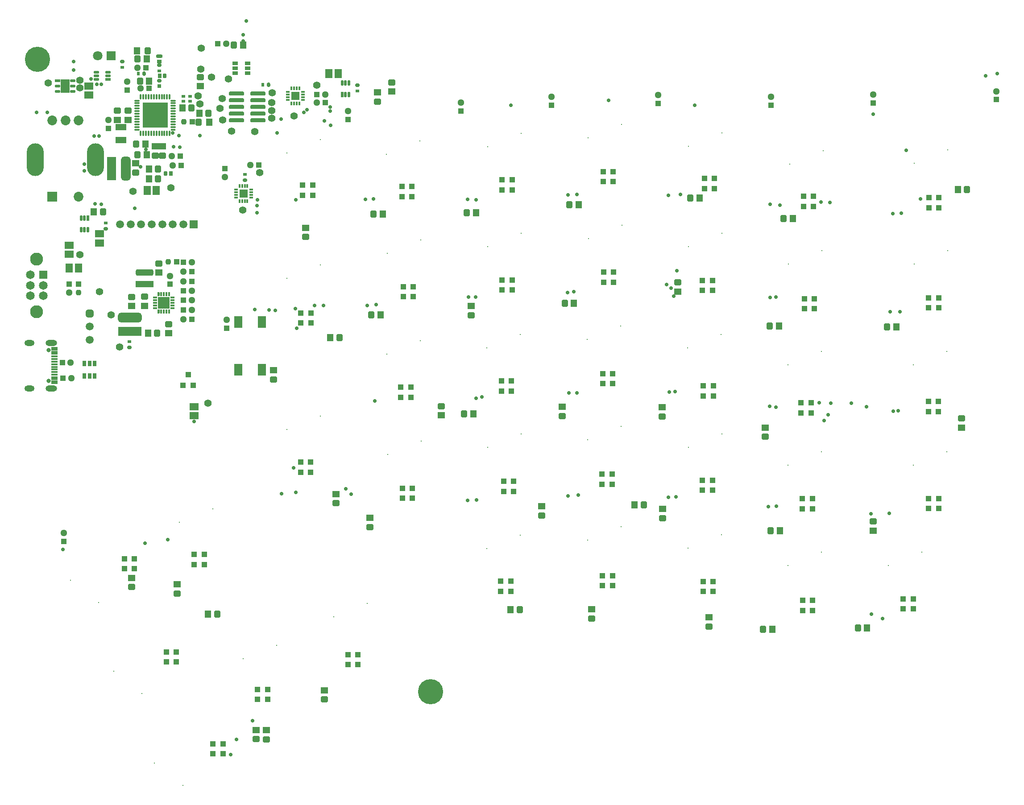
<source format=gts>
G04*
G04 #@! TF.GenerationSoftware,Altium Limited,Altium Designer,24.10.1 (45)*
G04*
G04 Layer_Color=8388736*
%FSLAX44Y44*%
%MOMM*%
G71*
G04*
G04 #@! TF.SameCoordinates,C5D54C42-AD36-42D0-BC00-7EC9B4A80EB1*
G04*
G04*
G04 #@! TF.FilePolarity,Negative*
G04*
G01*
G75*
%ADD68R,0.6858X0.5842*%
%ADD81R,1.0032X1.1032*%
%ADD82R,1.1032X1.1032*%
%ADD83R,1.4032X1.2032*%
G04:AMPARAMS|DCode=84|XSize=1.4032mm|YSize=1.2032mm|CornerRadius=0.3516mm|HoleSize=0mm|Usage=FLASHONLY|Rotation=180.000|XOffset=0mm|YOffset=0mm|HoleType=Round|Shape=RoundedRectangle|*
%AMROUNDEDRECTD84*
21,1,1.4032,0.5000,0,0,180.0*
21,1,0.7000,1.2032,0,0,180.0*
1,1,0.7032,-0.3500,0.2500*
1,1,0.7032,0.3500,0.2500*
1,1,0.7032,0.3500,-0.2500*
1,1,0.7032,-0.3500,-0.2500*
%
%ADD84ROUNDEDRECTD84*%
%ADD85R,4.8000X4.8000*%
G04:AMPARAMS|DCode=86|XSize=0.36mm|YSize=0.96mm|CornerRadius=0.115mm|HoleSize=0mm|Usage=FLASHONLY|Rotation=180.000|XOffset=0mm|YOffset=0mm|HoleType=Round|Shape=RoundedRectangle|*
%AMROUNDEDRECTD86*
21,1,0.3600,0.7300,0,0,180.0*
21,1,0.1300,0.9600,0,0,180.0*
1,1,0.2300,-0.0650,0.3650*
1,1,0.2300,0.0650,0.3650*
1,1,0.2300,0.0650,-0.3650*
1,1,0.2300,-0.0650,-0.3650*
%
%ADD86ROUNDEDRECTD86*%
G04:AMPARAMS|DCode=87|XSize=0.36mm|YSize=0.96mm|CornerRadius=0.115mm|HoleSize=0mm|Usage=FLASHONLY|Rotation=270.000|XOffset=0mm|YOffset=0mm|HoleType=Round|Shape=RoundedRectangle|*
%AMROUNDEDRECTD87*
21,1,0.3600,0.7300,0,0,270.0*
21,1,0.1300,0.9600,0,0,270.0*
1,1,0.2300,-0.3650,-0.0650*
1,1,0.2300,-0.3650,0.0650*
1,1,0.2300,0.3650,0.0650*
1,1,0.2300,0.3650,-0.0650*
%
%ADD87ROUNDEDRECTD87*%
%ADD88R,0.9600X0.3600*%
%ADD89R,0.7924X0.6732*%
G04:AMPARAMS|DCode=90|XSize=0.7924mm|YSize=0.6732mm|CornerRadius=0.2191mm|HoleSize=0mm|Usage=FLASHONLY|Rotation=180.000|XOffset=0mm|YOffset=0mm|HoleType=Round|Shape=RoundedRectangle|*
%AMROUNDEDRECTD90*
21,1,0.7924,0.2350,0,0,180.0*
21,1,0.3542,0.6732,0,0,180.0*
1,1,0.4382,-0.1771,0.1175*
1,1,0.4382,0.1771,0.1175*
1,1,0.4382,0.1771,-0.1175*
1,1,0.4382,-0.1771,-0.1175*
%
%ADD90ROUNDEDRECTD90*%
%ADD91R,0.7032X0.8432*%
G04:AMPARAMS|DCode=92|XSize=0.8432mm|YSize=0.7032mm|CornerRadius=0.2266mm|HoleSize=0mm|Usage=FLASHONLY|Rotation=90.000|XOffset=0mm|YOffset=0mm|HoleType=Round|Shape=RoundedRectangle|*
%AMROUNDEDRECTD92*
21,1,0.8432,0.2500,0,0,90.0*
21,1,0.3900,0.7032,0,0,90.0*
1,1,0.4532,0.1250,0.1950*
1,1,0.4532,0.1250,-0.1950*
1,1,0.4532,-0.1250,-0.1950*
1,1,0.4532,-0.1250,0.1950*
%
%ADD92ROUNDEDRECTD92*%
%ADD93R,0.8432X0.6732*%
G04:AMPARAMS|DCode=94|XSize=1.2192mm|YSize=0.597mm|CornerRadius=0.2001mm|HoleSize=0mm|Usage=FLASHONLY|Rotation=180.000|XOffset=0mm|YOffset=0mm|HoleType=Round|Shape=RoundedRectangle|*
%AMROUNDEDRECTD94*
21,1,1.2192,0.1969,0,0,180.0*
21,1,0.8191,0.5970,0,0,180.0*
1,1,0.4001,-0.4096,0.0984*
1,1,0.4001,0.4096,0.0984*
1,1,0.4001,0.4096,-0.0984*
1,1,0.4001,-0.4096,-0.0984*
%
%ADD94ROUNDEDRECTD94*%
%ADD95R,1.1032X1.1032*%
G04:AMPARAMS|DCode=96|XSize=1.1032mm|YSize=1.1032mm|CornerRadius=0.3266mm|HoleSize=0mm|Usage=FLASHONLY|Rotation=180.000|XOffset=0mm|YOffset=0mm|HoleType=Round|Shape=RoundedRectangle|*
%AMROUNDEDRECTD96*
21,1,1.1032,0.4500,0,0,180.0*
21,1,0.4500,1.1032,0,0,180.0*
1,1,0.6532,-0.2250,0.2250*
1,1,0.6532,0.2250,0.2250*
1,1,0.6532,0.2250,-0.2250*
1,1,0.6532,-0.2250,-0.2250*
%
%ADD96ROUNDEDRECTD96*%
G04:AMPARAMS|DCode=97|XSize=1.1032mm|YSize=1.1032mm|CornerRadius=0.3266mm|HoleSize=0mm|Usage=FLASHONLY|Rotation=270.000|XOffset=0mm|YOffset=0mm|HoleType=Round|Shape=RoundedRectangle|*
%AMROUNDEDRECTD97*
21,1,1.1032,0.4500,0,0,270.0*
21,1,0.4500,1.1032,0,0,270.0*
1,1,0.6532,-0.2250,-0.2250*
1,1,0.6532,-0.2250,0.2250*
1,1,0.6532,0.2250,0.2250*
1,1,0.6532,0.2250,-0.2250*
%
%ADD97ROUNDEDRECTD97*%
G04:AMPARAMS|DCode=98|XSize=1.4032mm|YSize=1.2032mm|CornerRadius=0.3516mm|HoleSize=0mm|Usage=FLASHONLY|Rotation=270.000|XOffset=0mm|YOffset=0mm|HoleType=Round|Shape=RoundedRectangle|*
%AMROUNDEDRECTD98*
21,1,1.4032,0.5000,0,0,270.0*
21,1,0.7000,1.2032,0,0,270.0*
1,1,0.7032,-0.2500,-0.3500*
1,1,0.7032,-0.2500,0.3500*
1,1,0.7032,0.2500,0.3500*
1,1,0.7032,0.2500,-0.3500*
%
%ADD98ROUNDEDRECTD98*%
%ADD99R,1.2032X1.4032*%
%ADD100R,1.6732X1.3632*%
%ADD101R,1.6032X2.3032*%
%ADD102R,1.3632X1.6732*%
%ADD103C,1.4032*%
%ADD104R,1.5900X1.5900*%
G04:AMPARAMS|DCode=105|XSize=0.74mm|YSize=0.4mm|CornerRadius=0.1025mm|HoleSize=0mm|Usage=FLASHONLY|Rotation=0.000|XOffset=0mm|YOffset=0mm|HoleType=Round|Shape=RoundedRectangle|*
%AMROUNDEDRECTD105*
21,1,0.7400,0.1950,0,0,0.0*
21,1,0.5350,0.4000,0,0,0.0*
1,1,0.2050,0.2675,-0.0975*
1,1,0.2050,-0.2675,-0.0975*
1,1,0.2050,-0.2675,0.0975*
1,1,0.2050,0.2675,0.0975*
%
%ADD105ROUNDEDRECTD105*%
%ADD106R,0.7400X0.4000*%
G04:AMPARAMS|DCode=107|XSize=0.74mm|YSize=0.4mm|CornerRadius=0.1025mm|HoleSize=0mm|Usage=FLASHONLY|Rotation=90.000|XOffset=0mm|YOffset=0mm|HoleType=Round|Shape=RoundedRectangle|*
%AMROUNDEDRECTD107*
21,1,0.7400,0.1950,0,0,90.0*
21,1,0.5350,0.4000,0,0,90.0*
1,1,0.2050,0.0975,0.2675*
1,1,0.2050,0.0975,-0.2675*
1,1,0.2050,-0.0975,-0.2675*
1,1,0.2050,-0.0975,0.2675*
%
%ADD107ROUNDEDRECTD107*%
G04:AMPARAMS|DCode=108|XSize=0.54mm|YSize=1.04mm|CornerRadius=0.17mm|HoleSize=0mm|Usage=FLASHONLY|Rotation=0.000|XOffset=0mm|YOffset=0mm|HoleType=Round|Shape=RoundedRectangle|*
%AMROUNDEDRECTD108*
21,1,0.5400,0.7000,0,0,0.0*
21,1,0.2000,1.0400,0,0,0.0*
1,1,0.3400,0.1000,-0.3500*
1,1,0.3400,-0.1000,-0.3500*
1,1,0.3400,-0.1000,0.3500*
1,1,0.3400,0.1000,0.3500*
%
%ADD108ROUNDEDRECTD108*%
%ADD109R,0.5400X1.0400*%
%ADD110R,1.0508X0.7508*%
G04:AMPARAMS|DCode=111|XSize=2.8956mm|YSize=0.762mm|CornerRadius=0.2159mm|HoleSize=0mm|Usage=FLASHONLY|Rotation=0.000|XOffset=0mm|YOffset=0mm|HoleType=Round|Shape=RoundedRectangle|*
%AMROUNDEDRECTD111*
21,1,2.8956,0.3302,0,0,0.0*
21,1,2.4638,0.7620,0,0,0.0*
1,1,0.4318,1.2319,-0.1651*
1,1,0.4318,-1.2319,-0.1651*
1,1,0.4318,-1.2319,0.1651*
1,1,0.4318,1.2319,0.1651*
%
%ADD111ROUNDEDRECTD111*%
%ADD112R,1.0400X0.5400*%
G04:AMPARAMS|DCode=113|XSize=0.54mm|YSize=1.04mm|CornerRadius=0.17mm|HoleSize=0mm|Usage=FLASHONLY|Rotation=270.000|XOffset=0mm|YOffset=0mm|HoleType=Round|Shape=RoundedRectangle|*
%AMROUNDEDRECTD113*
21,1,0.5400,0.7000,0,0,270.0*
21,1,0.2000,1.0400,0,0,270.0*
1,1,0.3400,-0.3500,-0.1000*
1,1,0.3400,-0.3500,0.1000*
1,1,0.3400,0.3500,0.1000*
1,1,0.3400,0.3500,-0.1000*
%
%ADD113ROUNDEDRECTD113*%
G04:AMPARAMS|DCode=114|XSize=1.8032mm|YSize=4.5032mm|CornerRadius=0.5016mm|HoleSize=0mm|Usage=FLASHONLY|Rotation=0.000|XOffset=0mm|YOffset=0mm|HoleType=Round|Shape=RoundedRectangle|*
%AMROUNDEDRECTD114*
21,1,1.8032,3.5000,0,0,0.0*
21,1,0.8000,4.5032,0,0,0.0*
1,1,1.0032,0.4000,-1.7500*
1,1,1.0032,-0.4000,-1.7500*
1,1,1.0032,-0.4000,1.7500*
1,1,1.0032,0.4000,1.7500*
%
%ADD114ROUNDEDRECTD114*%
%ADD115R,1.8032X4.5032*%
G04:AMPARAMS|DCode=116|XSize=1.8032mm|YSize=4.5032mm|CornerRadius=0.5016mm|HoleSize=0mm|Usage=FLASHONLY|Rotation=90.000|XOffset=0mm|YOffset=0mm|HoleType=Round|Shape=RoundedRectangle|*
%AMROUNDEDRECTD116*
21,1,1.8032,3.5000,0,0,90.0*
21,1,0.8000,4.5032,0,0,90.0*
1,1,1.0032,1.7500,0.4000*
1,1,1.0032,1.7500,-0.4000*
1,1,1.0032,-1.7500,-0.4000*
1,1,1.0032,-1.7500,0.4000*
%
%ADD116ROUNDEDRECTD116*%
%ADD117R,4.5032X1.8032*%
%ADD118R,1.7400X2.6400*%
G04:AMPARAMS|DCode=119|XSize=0.59mm|YSize=0.99mm|CornerRadius=0.1825mm|HoleSize=0mm|Usage=FLASHONLY|Rotation=90.000|XOffset=0mm|YOffset=0mm|HoleType=Round|Shape=RoundedRectangle|*
%AMROUNDEDRECTD119*
21,1,0.5900,0.6250,0,0,90.0*
21,1,0.2250,0.9900,0,0,90.0*
1,1,0.3650,0.3125,0.1125*
1,1,0.3650,0.3125,-0.1125*
1,1,0.3650,-0.3125,-0.1125*
1,1,0.3650,-0.3125,0.1125*
%
%ADD119ROUNDEDRECTD119*%
%ADD120R,0.9900X0.5900*%
%ADD121R,2.1032X1.3032*%
G04:AMPARAMS|DCode=122|XSize=1.2032mm|YSize=3.4032mm|CornerRadius=0.3516mm|HoleSize=0mm|Usage=FLASHONLY|Rotation=90.000|XOffset=0mm|YOffset=0mm|HoleType=Round|Shape=RoundedRectangle|*
%AMROUNDEDRECTD122*
21,1,1.2032,2.7000,0,0,90.0*
21,1,0.5000,3.4032,0,0,90.0*
1,1,0.7032,1.3500,0.2500*
1,1,0.7032,1.3500,-0.2500*
1,1,0.7032,-1.3500,-0.2500*
1,1,0.7032,-1.3500,0.2500*
%
%ADD122ROUNDEDRECTD122*%
%ADD123R,3.4032X1.2032*%
%ADD124R,0.8032X0.6032*%
G04:AMPARAMS|DCode=125|XSize=0.8032mm|YSize=0.6032mm|CornerRadius=0.2016mm|HoleSize=0mm|Usage=FLASHONLY|Rotation=180.000|XOffset=0mm|YOffset=0mm|HoleType=Round|Shape=RoundedRectangle|*
%AMROUNDEDRECTD125*
21,1,0.8032,0.2000,0,0,180.0*
21,1,0.4000,0.6032,0,0,180.0*
1,1,0.4032,-0.2000,0.1000*
1,1,0.4032,0.2000,0.1000*
1,1,0.4032,0.2000,-0.1000*
1,1,0.4032,-0.2000,-0.1000*
%
%ADD125ROUNDEDRECTD125*%
%ADD126R,0.6032X0.8032*%
G04:AMPARAMS|DCode=127|XSize=0.8032mm|YSize=0.6032mm|CornerRadius=0.2016mm|HoleSize=0mm|Usage=FLASHONLY|Rotation=90.000|XOffset=0mm|YOffset=0mm|HoleType=Round|Shape=RoundedRectangle|*
%AMROUNDEDRECTD127*
21,1,0.8032,0.2000,0,0,90.0*
21,1,0.4000,0.6032,0,0,90.0*
1,1,0.4032,0.1000,0.2000*
1,1,0.4032,0.1000,-0.2000*
1,1,0.4032,-0.1000,-0.2000*
1,1,0.4032,-0.1000,0.2000*
%
%ADD127ROUNDEDRECTD127*%
G04:AMPARAMS|DCode=128|XSize=0.8432mm|YSize=0.6732mm|CornerRadius=0.2191mm|HoleSize=0mm|Usage=FLASHONLY|Rotation=270.000|XOffset=0mm|YOffset=0mm|HoleType=Round|Shape=RoundedRectangle|*
%AMROUNDEDRECTD128*
21,1,0.8432,0.2350,0,0,270.0*
21,1,0.4050,0.6732,0,0,270.0*
1,1,0.4382,-0.1175,-0.2025*
1,1,0.4382,-0.1175,0.2025*
1,1,0.4382,0.1175,0.2025*
1,1,0.4382,0.1175,-0.2025*
%
%ADD128ROUNDEDRECTD128*%
%ADD129R,0.6732X0.8432*%
%ADD130R,2.1900X2.1900*%
G04:AMPARAMS|DCode=131|XSize=1.0032mm|YSize=1.0032mm|CornerRadius=0.3016mm|HoleSize=0mm|Usage=FLASHONLY|Rotation=270.000|XOffset=0mm|YOffset=0mm|HoleType=Round|Shape=RoundedRectangle|*
%AMROUNDEDRECTD131*
21,1,1.0032,0.4000,0,0,270.0*
21,1,0.4000,1.0032,0,0,270.0*
1,1,0.6032,-0.2000,-0.2000*
1,1,0.6032,-0.2000,0.2000*
1,1,0.6032,0.2000,0.2000*
1,1,0.6032,0.2000,-0.2000*
%
%ADD131ROUNDEDRECTD131*%
%ADD132R,1.0032X1.0032*%
G04:AMPARAMS|DCode=133|XSize=1.0032mm|YSize=1.0032mm|CornerRadius=0.3016mm|HoleSize=0mm|Usage=FLASHONLY|Rotation=0.000|XOffset=0mm|YOffset=0mm|HoleType=Round|Shape=RoundedRectangle|*
%AMROUNDEDRECTD133*
21,1,1.0032,0.4000,0,0,0.0*
21,1,0.4000,1.0032,0,0,0.0*
1,1,0.6032,0.2000,-0.2000*
1,1,0.6032,-0.2000,-0.2000*
1,1,0.6032,-0.2000,0.2000*
1,1,0.6032,0.2000,0.2000*
%
%ADD133ROUNDEDRECTD133*%
%ADD134R,1.0032X1.0032*%
%ADD135R,1.2400X0.7000*%
%ADD136R,1.2400X0.4000*%
%ADD137R,0.7508X1.0508*%
%ADD138C,0.2032*%
%ADD139C,0.7032*%
%ADD140R,1.5112X1.5112*%
%ADD141C,1.5112*%
%ADD142C,4.7752*%
%ADD143R,1.8532X1.8532*%
%ADD144C,1.8532*%
%ADD145O,3.2032X6.2032*%
%ADD146C,1.8032*%
%ADD147R,1.8032X1.8032*%
G04:AMPARAMS|DCode=148|XSize=1.5112mm|YSize=1.5112mm|CornerRadius=0.4286mm|HoleSize=0mm|Usage=FLASHONLY|Rotation=90.000|XOffset=0mm|YOffset=0mm|HoleType=Round|Shape=RoundedRectangle|*
%AMROUNDEDRECTD148*
21,1,1.5112,0.6540,0,0,90.0*
21,1,0.6540,1.5112,0,0,90.0*
1,1,0.8572,0.3270,0.3270*
1,1,0.8572,0.3270,-0.3270*
1,1,0.8572,-0.3270,-0.3270*
1,1,0.8572,-0.3270,0.3270*
%
%ADD148ROUNDEDRECTD148*%
%ADD149O,1.9032X1.1032*%
%ADD150O,2.2032X1.1032*%
%ADD151C,0.8032*%
%ADD152R,1.6412X1.6412*%
%ADD153C,1.6412*%
%ADD154C,2.4682*%
%ADD155C,0.7366*%
G36*
X287832Y427606D02*
X287852D01*
X287882Y427596D01*
X287902D01*
X287932Y427586D01*
X287952Y427576D01*
X287982Y427566D01*
X288002Y427546D01*
X288022Y427536D01*
X288042Y427516D01*
X288062Y427506D01*
X288082Y427486D01*
X288102Y427466D01*
X288122Y427446D01*
X288142Y427426D01*
X288152Y427406D01*
X288172Y427386D01*
X288182Y427366D01*
X288202Y427346D01*
X288212Y427316D01*
X288222Y427296D01*
X288232Y427266D01*
Y427246D01*
X288242Y427216D01*
Y427196D01*
X288252Y427166D01*
Y420666D01*
X288242Y420636D01*
Y420616D01*
X288232Y420586D01*
Y420566D01*
X288222Y420536D01*
X288212Y420516D01*
X288202Y420486D01*
X288182Y420466D01*
X288172Y420446D01*
X288152Y420426D01*
X288142Y420406D01*
X288122Y420386D01*
X288102Y420366D01*
X288082Y420346D01*
X288062Y420326D01*
X288042Y420316D01*
X288022Y420296D01*
X288002Y420286D01*
X287982Y420266D01*
X287952Y420256D01*
X287932Y420246D01*
X287902Y420236D01*
X287882D01*
X287852Y420226D01*
X287832D01*
X287802Y420216D01*
X284902D01*
X284872Y420226D01*
X284852D01*
X284822Y420236D01*
X284802D01*
X284772Y420246D01*
X284752Y420256D01*
X284722Y420266D01*
X284702Y420286D01*
X284682Y420296D01*
X284662Y420316D01*
X284642Y420326D01*
X284622Y420346D01*
X284602Y420366D01*
X284582Y420386D01*
X284562Y420406D01*
X284552Y420426D01*
X284532Y420446D01*
X284522Y420466D01*
X284502Y420486D01*
X284492Y420516D01*
X284482Y420536D01*
X284472Y420566D01*
Y420586D01*
X284462Y420616D01*
Y420636D01*
X284452Y420666D01*
Y427166D01*
X284462Y427196D01*
Y427216D01*
X284472Y427246D01*
Y427266D01*
X284482Y427296D01*
X284492Y427316D01*
X284502Y427346D01*
X284522Y427366D01*
X284532Y427386D01*
X284552Y427406D01*
X284562Y427426D01*
X284582Y427446D01*
X284602Y427466D01*
X284622Y427486D01*
X284642Y427506D01*
X284662Y427516D01*
X284682Y427536D01*
X284702Y427546D01*
X284722Y427566D01*
X284752Y427576D01*
X284772Y427586D01*
X284802Y427596D01*
X284822D01*
X284852Y427606D01*
X284872D01*
X284902Y427616D01*
X287802D01*
X287832Y427606D01*
D02*
G37*
G36*
X282832D02*
X282852D01*
X282882Y427596D01*
X282902D01*
X282932Y427586D01*
X282952Y427576D01*
X282982Y427566D01*
X283002Y427546D01*
X283022Y427536D01*
X283042Y427516D01*
X283062Y427506D01*
X283082Y427486D01*
X283102Y427466D01*
X283122Y427446D01*
X283142Y427426D01*
X283152Y427406D01*
X283172Y427386D01*
X283182Y427366D01*
X283202Y427346D01*
X283212Y427316D01*
X283222Y427296D01*
X283232Y427266D01*
Y427246D01*
X283242Y427216D01*
Y427196D01*
X283252Y427166D01*
Y420666D01*
X283242Y420636D01*
Y420616D01*
X283232Y420586D01*
Y420566D01*
X283222Y420536D01*
X283212Y420516D01*
X283202Y420486D01*
X283182Y420466D01*
X283172Y420446D01*
X283152Y420426D01*
X283142Y420406D01*
X283122Y420386D01*
X283102Y420366D01*
X283082Y420346D01*
X283062Y420326D01*
X283042Y420316D01*
X283022Y420296D01*
X283002Y420286D01*
X282982Y420266D01*
X282952Y420256D01*
X282932Y420246D01*
X282902Y420236D01*
X282882D01*
X282852Y420226D01*
X282832D01*
X282802Y420216D01*
X279902D01*
X279872Y420226D01*
X279852D01*
X279822Y420236D01*
X279802D01*
X279772Y420246D01*
X279752Y420256D01*
X279722Y420266D01*
X279702Y420286D01*
X279682Y420296D01*
X279662Y420316D01*
X279642Y420326D01*
X279622Y420346D01*
X279602Y420366D01*
X279582Y420386D01*
X279562Y420406D01*
X279552Y420426D01*
X279532Y420446D01*
X279522Y420466D01*
X279502Y420486D01*
X279492Y420516D01*
X279482Y420536D01*
X279472Y420566D01*
Y420586D01*
X279462Y420616D01*
Y420636D01*
X279452Y420666D01*
Y427166D01*
X279462Y427196D01*
Y427216D01*
X279472Y427246D01*
Y427266D01*
X279482Y427296D01*
X279492Y427316D01*
X279502Y427346D01*
X279522Y427366D01*
X279532Y427386D01*
X279552Y427406D01*
X279562Y427426D01*
X279582Y427446D01*
X279602Y427466D01*
X279622Y427486D01*
X279642Y427506D01*
X279662Y427516D01*
X279682Y427536D01*
X279702Y427546D01*
X279722Y427566D01*
X279752Y427576D01*
X279772Y427586D01*
X279802Y427596D01*
X279822D01*
X279852Y427606D01*
X279872D01*
X279902Y427616D01*
X282802D01*
X282832Y427606D01*
D02*
G37*
G36*
X277832D02*
X277852D01*
X277882Y427596D01*
X277902D01*
X277932Y427586D01*
X277952Y427576D01*
X277982Y427566D01*
X278002Y427546D01*
X278022Y427536D01*
X278042Y427516D01*
X278062Y427506D01*
X278082Y427486D01*
X278102Y427466D01*
X278122Y427446D01*
X278142Y427426D01*
X278152Y427406D01*
X278172Y427386D01*
X278182Y427366D01*
X278202Y427346D01*
X278212Y427316D01*
X278222Y427296D01*
X278232Y427266D01*
Y427246D01*
X278242Y427216D01*
Y427196D01*
X278252Y427166D01*
Y420666D01*
X278242Y420636D01*
Y420616D01*
X278232Y420586D01*
Y420566D01*
X278222Y420536D01*
X278212Y420516D01*
X278202Y420486D01*
X278182Y420466D01*
X278172Y420446D01*
X278152Y420426D01*
X278142Y420406D01*
X278122Y420386D01*
X278102Y420366D01*
X278082Y420346D01*
X278062Y420326D01*
X278042Y420316D01*
X278022Y420296D01*
X278002Y420286D01*
X277982Y420266D01*
X277952Y420256D01*
X277932Y420246D01*
X277902Y420236D01*
X277882D01*
X277852Y420226D01*
X277832D01*
X277802Y420216D01*
X274902D01*
X274872Y420226D01*
X274852D01*
X274822Y420236D01*
X274802D01*
X274772Y420246D01*
X274752Y420256D01*
X274722Y420266D01*
X274702Y420286D01*
X274682Y420296D01*
X274662Y420316D01*
X274642Y420326D01*
X274622Y420346D01*
X274602Y420366D01*
X274582Y420386D01*
X274562Y420406D01*
X274552Y420426D01*
X274532Y420446D01*
X274522Y420466D01*
X274502Y420486D01*
X274492Y420516D01*
X274482Y420536D01*
X274472Y420566D01*
Y420586D01*
X274462Y420616D01*
Y420636D01*
X274452Y420666D01*
Y427166D01*
X274462Y427196D01*
Y427216D01*
X274472Y427246D01*
Y427266D01*
X274482Y427296D01*
X274492Y427316D01*
X274502Y427346D01*
X274522Y427366D01*
X274532Y427386D01*
X274552Y427406D01*
X274562Y427426D01*
X274582Y427446D01*
X274602Y427466D01*
X274622Y427486D01*
X274642Y427506D01*
X274662Y427516D01*
X274682Y427536D01*
X274702Y427546D01*
X274722Y427566D01*
X274752Y427576D01*
X274772Y427586D01*
X274802Y427596D01*
X274822D01*
X274852Y427606D01*
X274872D01*
X274902Y427616D01*
X277802D01*
X277832Y427606D01*
D02*
G37*
G36*
X272832D02*
X272852D01*
X272882Y427596D01*
X272902D01*
X272932Y427586D01*
X272952Y427576D01*
X272982Y427566D01*
X273002Y427546D01*
X273022Y427536D01*
X273042Y427516D01*
X273062Y427506D01*
X273082Y427486D01*
X273102Y427466D01*
X273122Y427446D01*
X273142Y427426D01*
X273152Y427406D01*
X273172Y427386D01*
X273182Y427366D01*
X273202Y427346D01*
X273212Y427316D01*
X273222Y427296D01*
X273232Y427266D01*
Y427246D01*
X273242Y427216D01*
Y427196D01*
X273252Y427166D01*
Y420666D01*
X273242Y420636D01*
Y420616D01*
X273232Y420586D01*
Y420566D01*
X273222Y420536D01*
X273212Y420516D01*
X273202Y420486D01*
X273182Y420466D01*
X273172Y420446D01*
X273152Y420426D01*
X273142Y420406D01*
X273122Y420386D01*
X273102Y420366D01*
X273082Y420346D01*
X273062Y420326D01*
X273042Y420316D01*
X273022Y420296D01*
X273002Y420286D01*
X272982Y420266D01*
X272952Y420256D01*
X272932Y420246D01*
X272902Y420236D01*
X272882D01*
X272852Y420226D01*
X272832D01*
X272802Y420216D01*
X269902D01*
X269872Y420226D01*
X269852D01*
X269822Y420236D01*
X269802D01*
X269772Y420246D01*
X269752Y420256D01*
X269722Y420266D01*
X269702Y420286D01*
X269682Y420296D01*
X269662Y420316D01*
X269642Y420326D01*
X269622Y420346D01*
X269602Y420366D01*
X269582Y420386D01*
X269562Y420406D01*
X269552Y420426D01*
X269532Y420446D01*
X269522Y420466D01*
X269502Y420486D01*
X269492Y420516D01*
X269482Y420536D01*
X269472Y420566D01*
Y420586D01*
X269462Y420616D01*
Y420636D01*
X269452Y420666D01*
Y427166D01*
X269462Y427196D01*
Y427216D01*
X269472Y427246D01*
Y427266D01*
X269482Y427296D01*
X269492Y427316D01*
X269502Y427346D01*
X269522Y427366D01*
X269532Y427386D01*
X269552Y427406D01*
X269562Y427426D01*
X269582Y427446D01*
X269602Y427466D01*
X269622Y427486D01*
X269642Y427506D01*
X269662Y427516D01*
X269682Y427536D01*
X269702Y427546D01*
X269722Y427566D01*
X269752Y427576D01*
X269772Y427586D01*
X269802Y427596D01*
X269822D01*
X269852Y427606D01*
X269872D01*
X269902Y427616D01*
X272802D01*
X272832Y427606D01*
D02*
G37*
G36*
X267832D02*
X267852D01*
X267882Y427596D01*
X267902D01*
X267932Y427586D01*
X267952Y427576D01*
X267982Y427566D01*
X268002Y427546D01*
X268022Y427536D01*
X268042Y427516D01*
X268062Y427506D01*
X268082Y427486D01*
X268102Y427466D01*
X268122Y427446D01*
X268142Y427426D01*
X268152Y427406D01*
X268172Y427386D01*
X268182Y427366D01*
X268202Y427346D01*
X268212Y427316D01*
X268222Y427296D01*
X268232Y427266D01*
Y427246D01*
X268242Y427216D01*
Y427196D01*
X268252Y427166D01*
Y420666D01*
X268242Y420636D01*
Y420616D01*
X268232Y420586D01*
Y420566D01*
X268222Y420536D01*
X268212Y420516D01*
X268202Y420486D01*
X268182Y420466D01*
X268172Y420446D01*
X268152Y420426D01*
X268142Y420406D01*
X268122Y420386D01*
X268102Y420366D01*
X268082Y420346D01*
X268062Y420326D01*
X268042Y420316D01*
X268022Y420296D01*
X268002Y420286D01*
X267982Y420266D01*
X267952Y420256D01*
X267932Y420246D01*
X267902Y420236D01*
X267882D01*
X267852Y420226D01*
X267832D01*
X267802Y420216D01*
X264902D01*
X264872Y420226D01*
X264852D01*
X264822Y420236D01*
X264802D01*
X264772Y420246D01*
X264752Y420256D01*
X264722Y420266D01*
X264702Y420286D01*
X264682Y420296D01*
X264662Y420316D01*
X264642Y420326D01*
X264622Y420346D01*
X264602Y420366D01*
X264582Y420386D01*
X264562Y420406D01*
X264552Y420426D01*
X264532Y420446D01*
X264522Y420466D01*
X264502Y420486D01*
X264492Y420516D01*
X264482Y420536D01*
X264472Y420566D01*
Y420586D01*
X264462Y420616D01*
Y420636D01*
X264452Y420666D01*
Y427166D01*
X264462Y427196D01*
Y427216D01*
X264472Y427246D01*
Y427266D01*
X264482Y427296D01*
X264492Y427316D01*
X264502Y427346D01*
X264522Y427366D01*
X264532Y427386D01*
X264552Y427406D01*
X264562Y427426D01*
X264582Y427446D01*
X264602Y427466D01*
X264622Y427486D01*
X264642Y427506D01*
X264662Y427516D01*
X264682Y427536D01*
X264702Y427546D01*
X264722Y427566D01*
X264752Y427576D01*
X264772Y427586D01*
X264802Y427596D01*
X264822D01*
X264852Y427606D01*
X264872D01*
X264902Y427616D01*
X267802D01*
X267832Y427606D01*
D02*
G37*
G36*
X296132Y419306D02*
X296152D01*
X296182Y419296D01*
X296202D01*
X296232Y419286D01*
X296252Y419276D01*
X296282Y419266D01*
X296302Y419246D01*
X296322Y419236D01*
X296342Y419216D01*
X296362Y419206D01*
X296382Y419186D01*
X296402Y419166D01*
X296422Y419146D01*
X296442Y419126D01*
X296452Y419106D01*
X296472Y419086D01*
X296482Y419066D01*
X296502Y419046D01*
X296512Y419016D01*
X296522Y418996D01*
X296532Y418966D01*
Y418946D01*
X296542Y418916D01*
Y418896D01*
X296552Y418866D01*
Y415966D01*
X296542Y415936D01*
Y415916D01*
X296532Y415886D01*
Y415866D01*
X296522Y415836D01*
X296512Y415816D01*
X296502Y415786D01*
X296482Y415766D01*
X296472Y415746D01*
X296452Y415726D01*
X296442Y415706D01*
X296422Y415686D01*
X296402Y415666D01*
X296382Y415646D01*
X296362Y415626D01*
X296342Y415616D01*
X296322Y415596D01*
X296302Y415586D01*
X296282Y415566D01*
X296252Y415556D01*
X296232Y415546D01*
X296202Y415536D01*
X296182D01*
X296152Y415526D01*
X296132D01*
X296102Y415516D01*
X289602D01*
X289572Y415526D01*
X289552D01*
X289522Y415536D01*
X289502D01*
X289472Y415546D01*
X289452Y415556D01*
X289422Y415566D01*
X289402Y415586D01*
X289382Y415596D01*
X289362Y415616D01*
X289342Y415626D01*
X289322Y415646D01*
X289302Y415666D01*
X289282Y415686D01*
X289262Y415706D01*
X289252Y415726D01*
X289232Y415746D01*
X289222Y415766D01*
X289202Y415786D01*
X289192Y415816D01*
X289182Y415836D01*
X289172Y415866D01*
Y415886D01*
X289162Y415916D01*
Y415936D01*
X289152Y415966D01*
Y418866D01*
X289162Y418896D01*
Y418916D01*
X289172Y418946D01*
Y418966D01*
X289182Y418996D01*
X289192Y419016D01*
X289202Y419046D01*
X289222Y419066D01*
X289232Y419086D01*
X289252Y419106D01*
X289262Y419126D01*
X289282Y419146D01*
X289302Y419166D01*
X289322Y419186D01*
X289342Y419206D01*
X289362Y419216D01*
X289382Y419236D01*
X289402Y419246D01*
X289422Y419266D01*
X289452Y419276D01*
X289472Y419286D01*
X289502Y419296D01*
X289522D01*
X289552Y419306D01*
X289572D01*
X289602Y419316D01*
X296102D01*
X296132Y419306D01*
D02*
G37*
G36*
X263132D02*
X263152D01*
X263182Y419296D01*
X263202D01*
X263232Y419286D01*
X263252Y419276D01*
X263282Y419266D01*
X263302Y419246D01*
X263322Y419236D01*
X263342Y419216D01*
X263362Y419206D01*
X263382Y419186D01*
X263402Y419166D01*
X263422Y419146D01*
X263442Y419126D01*
X263452Y419106D01*
X263472Y419086D01*
X263482Y419066D01*
X263502Y419046D01*
X263512Y419016D01*
X263522Y418996D01*
X263532Y418966D01*
Y418946D01*
X263542Y418916D01*
Y418896D01*
X263552Y418866D01*
Y415966D01*
X263542Y415936D01*
Y415916D01*
X263532Y415886D01*
Y415866D01*
X263522Y415836D01*
X263512Y415816D01*
X263502Y415786D01*
X263482Y415766D01*
X263472Y415746D01*
X263452Y415726D01*
X263442Y415706D01*
X263422Y415686D01*
X263402Y415666D01*
X263382Y415646D01*
X263362Y415626D01*
X263342Y415616D01*
X263322Y415596D01*
X263302Y415586D01*
X263282Y415566D01*
X263252Y415556D01*
X263232Y415546D01*
X263202Y415536D01*
X263182D01*
X263152Y415526D01*
X263132D01*
X263102Y415516D01*
X256602D01*
X256572Y415526D01*
X256552D01*
X256522Y415536D01*
X256502D01*
X256472Y415546D01*
X256452Y415556D01*
X256422Y415566D01*
X256402Y415586D01*
X256382Y415596D01*
X256362Y415616D01*
X256342Y415626D01*
X256322Y415646D01*
X256302Y415666D01*
X256282Y415686D01*
X256262Y415706D01*
X256252Y415726D01*
X256232Y415746D01*
X256222Y415766D01*
X256202Y415786D01*
X256192Y415816D01*
X256182Y415836D01*
X256172Y415866D01*
Y415886D01*
X256162Y415916D01*
Y415936D01*
X256152Y415966D01*
Y418866D01*
X256162Y418896D01*
Y418916D01*
X256172Y418946D01*
Y418966D01*
X256182Y418996D01*
X256192Y419016D01*
X256202Y419046D01*
X256222Y419066D01*
X256232Y419086D01*
X256252Y419106D01*
X256262Y419126D01*
X256282Y419146D01*
X256302Y419166D01*
X256322Y419186D01*
X256342Y419206D01*
X256362Y419216D01*
X256382Y419236D01*
X256402Y419246D01*
X256422Y419266D01*
X256452Y419276D01*
X256472Y419286D01*
X256502Y419296D01*
X256522D01*
X256552Y419306D01*
X256572D01*
X256602Y419316D01*
X263102D01*
X263132Y419306D01*
D02*
G37*
G36*
X296132Y414306D02*
X296152D01*
X296182Y414296D01*
X296202D01*
X296232Y414286D01*
X296252Y414276D01*
X296282Y414266D01*
X296302Y414246D01*
X296322Y414236D01*
X296342Y414216D01*
X296362Y414206D01*
X296382Y414186D01*
X296402Y414166D01*
X296422Y414146D01*
X296442Y414126D01*
X296452Y414106D01*
X296472Y414086D01*
X296482Y414066D01*
X296502Y414046D01*
X296512Y414016D01*
X296522Y413996D01*
X296532Y413966D01*
Y413946D01*
X296542Y413916D01*
Y413896D01*
X296552Y413866D01*
Y410966D01*
X296542Y410936D01*
Y410916D01*
X296532Y410886D01*
Y410866D01*
X296522Y410836D01*
X296512Y410816D01*
X296502Y410786D01*
X296482Y410766D01*
X296472Y410746D01*
X296452Y410726D01*
X296442Y410706D01*
X296422Y410686D01*
X296402Y410666D01*
X296382Y410646D01*
X296362Y410626D01*
X296342Y410616D01*
X296322Y410596D01*
X296302Y410586D01*
X296282Y410566D01*
X296252Y410556D01*
X296232Y410546D01*
X296202Y410536D01*
X296182D01*
X296152Y410526D01*
X296132D01*
X296102Y410516D01*
X289602D01*
X289572Y410526D01*
X289552D01*
X289522Y410536D01*
X289502D01*
X289472Y410546D01*
X289452Y410556D01*
X289422Y410566D01*
X289402Y410586D01*
X289382Y410596D01*
X289362Y410616D01*
X289342Y410626D01*
X289322Y410646D01*
X289302Y410666D01*
X289282Y410686D01*
X289262Y410706D01*
X289252Y410726D01*
X289232Y410746D01*
X289222Y410766D01*
X289202Y410786D01*
X289192Y410816D01*
X289182Y410836D01*
X289172Y410866D01*
Y410886D01*
X289162Y410916D01*
Y410936D01*
X289152Y410966D01*
Y413866D01*
X289162Y413896D01*
Y413916D01*
X289172Y413946D01*
Y413966D01*
X289182Y413996D01*
X289192Y414016D01*
X289202Y414046D01*
X289222Y414066D01*
X289232Y414086D01*
X289252Y414106D01*
X289262Y414126D01*
X289282Y414146D01*
X289302Y414166D01*
X289322Y414186D01*
X289342Y414206D01*
X289362Y414216D01*
X289382Y414236D01*
X289402Y414246D01*
X289422Y414266D01*
X289452Y414276D01*
X289472Y414286D01*
X289502Y414296D01*
X289522D01*
X289552Y414306D01*
X289572D01*
X289602Y414316D01*
X296102D01*
X296132Y414306D01*
D02*
G37*
G36*
X263132D02*
X263152D01*
X263182Y414296D01*
X263202D01*
X263232Y414286D01*
X263252Y414276D01*
X263282Y414266D01*
X263302Y414246D01*
X263322Y414236D01*
X263342Y414216D01*
X263362Y414206D01*
X263382Y414186D01*
X263402Y414166D01*
X263422Y414146D01*
X263442Y414126D01*
X263452Y414106D01*
X263472Y414086D01*
X263482Y414066D01*
X263502Y414046D01*
X263512Y414016D01*
X263522Y413996D01*
X263532Y413966D01*
Y413946D01*
X263542Y413916D01*
Y413896D01*
X263552Y413866D01*
Y410966D01*
X263542Y410936D01*
Y410916D01*
X263532Y410886D01*
Y410866D01*
X263522Y410836D01*
X263512Y410816D01*
X263502Y410786D01*
X263482Y410766D01*
X263472Y410746D01*
X263452Y410726D01*
X263442Y410706D01*
X263422Y410686D01*
X263402Y410666D01*
X263382Y410646D01*
X263362Y410626D01*
X263342Y410616D01*
X263322Y410596D01*
X263302Y410586D01*
X263282Y410566D01*
X263252Y410556D01*
X263232Y410546D01*
X263202Y410536D01*
X263182D01*
X263152Y410526D01*
X263132D01*
X263102Y410516D01*
X256602D01*
X256572Y410526D01*
X256552D01*
X256522Y410536D01*
X256502D01*
X256472Y410546D01*
X256452Y410556D01*
X256422Y410566D01*
X256402Y410586D01*
X256382Y410596D01*
X256362Y410616D01*
X256342Y410626D01*
X256322Y410646D01*
X256302Y410666D01*
X256282Y410686D01*
X256262Y410706D01*
X256252Y410726D01*
X256232Y410746D01*
X256222Y410766D01*
X256202Y410786D01*
X256192Y410816D01*
X256182Y410836D01*
X256172Y410866D01*
Y410886D01*
X256162Y410916D01*
Y410936D01*
X256152Y410966D01*
Y413866D01*
X256162Y413896D01*
Y413916D01*
X256172Y413946D01*
Y413966D01*
X256182Y413996D01*
X256192Y414016D01*
X256202Y414046D01*
X256222Y414066D01*
X256232Y414086D01*
X256252Y414106D01*
X256262Y414126D01*
X256282Y414146D01*
X256302Y414166D01*
X256322Y414186D01*
X256342Y414206D01*
X256362Y414216D01*
X256382Y414236D01*
X256402Y414246D01*
X256422Y414266D01*
X256452Y414276D01*
X256472Y414286D01*
X256502Y414296D01*
X256522D01*
X256552Y414306D01*
X256572D01*
X256602Y414316D01*
X263102D01*
X263132Y414306D01*
D02*
G37*
G36*
X296132Y409306D02*
X296152D01*
X296182Y409296D01*
X296202D01*
X296232Y409286D01*
X296252Y409276D01*
X296282Y409266D01*
X296302Y409246D01*
X296322Y409236D01*
X296342Y409216D01*
X296362Y409206D01*
X296382Y409186D01*
X296402Y409166D01*
X296422Y409146D01*
X296442Y409126D01*
X296452Y409106D01*
X296472Y409086D01*
X296482Y409066D01*
X296502Y409046D01*
X296512Y409016D01*
X296522Y408996D01*
X296532Y408966D01*
Y408946D01*
X296542Y408916D01*
Y408896D01*
X296552Y408866D01*
Y405966D01*
X296542Y405936D01*
Y405916D01*
X296532Y405886D01*
Y405866D01*
X296522Y405836D01*
X296512Y405816D01*
X296502Y405786D01*
X296482Y405766D01*
X296472Y405746D01*
X296452Y405726D01*
X296442Y405706D01*
X296422Y405686D01*
X296402Y405666D01*
X296382Y405646D01*
X296362Y405626D01*
X296342Y405616D01*
X296322Y405596D01*
X296302Y405586D01*
X296282Y405566D01*
X296252Y405556D01*
X296232Y405546D01*
X296202Y405536D01*
X296182D01*
X296152Y405526D01*
X296132D01*
X296102Y405516D01*
X289602D01*
X289572Y405526D01*
X289552D01*
X289522Y405536D01*
X289502D01*
X289472Y405546D01*
X289452Y405556D01*
X289422Y405566D01*
X289402Y405586D01*
X289382Y405596D01*
X289362Y405616D01*
X289342Y405626D01*
X289322Y405646D01*
X289302Y405666D01*
X289282Y405686D01*
X289262Y405706D01*
X289252Y405726D01*
X289232Y405746D01*
X289222Y405766D01*
X289202Y405786D01*
X289192Y405816D01*
X289182Y405836D01*
X289172Y405866D01*
Y405886D01*
X289162Y405916D01*
Y405936D01*
X289152Y405966D01*
Y408866D01*
X289162Y408896D01*
Y408916D01*
X289172Y408946D01*
Y408966D01*
X289182Y408996D01*
X289192Y409016D01*
X289202Y409046D01*
X289222Y409066D01*
X289232Y409086D01*
X289252Y409106D01*
X289262Y409126D01*
X289282Y409146D01*
X289302Y409166D01*
X289322Y409186D01*
X289342Y409206D01*
X289362Y409216D01*
X289382Y409236D01*
X289402Y409246D01*
X289422Y409266D01*
X289452Y409276D01*
X289472Y409286D01*
X289502Y409296D01*
X289522D01*
X289552Y409306D01*
X289572D01*
X289602Y409316D01*
X296102D01*
X296132Y409306D01*
D02*
G37*
G36*
X263132D02*
X263152D01*
X263182Y409296D01*
X263202D01*
X263232Y409286D01*
X263252Y409276D01*
X263282Y409266D01*
X263302Y409246D01*
X263322Y409236D01*
X263342Y409216D01*
X263362Y409206D01*
X263382Y409186D01*
X263402Y409166D01*
X263422Y409146D01*
X263442Y409126D01*
X263452Y409106D01*
X263472Y409086D01*
X263482Y409066D01*
X263502Y409046D01*
X263512Y409016D01*
X263522Y408996D01*
X263532Y408966D01*
Y408946D01*
X263542Y408916D01*
Y408896D01*
X263552Y408866D01*
Y405966D01*
X263542Y405936D01*
Y405916D01*
X263532Y405886D01*
Y405866D01*
X263522Y405836D01*
X263512Y405816D01*
X263502Y405786D01*
X263482Y405766D01*
X263472Y405746D01*
X263452Y405726D01*
X263442Y405706D01*
X263422Y405686D01*
X263402Y405666D01*
X263382Y405646D01*
X263362Y405626D01*
X263342Y405616D01*
X263322Y405596D01*
X263302Y405586D01*
X263282Y405566D01*
X263252Y405556D01*
X263232Y405546D01*
X263202Y405536D01*
X263182D01*
X263152Y405526D01*
X263132D01*
X263102Y405516D01*
X256602D01*
X256572Y405526D01*
X256552D01*
X256522Y405536D01*
X256502D01*
X256472Y405546D01*
X256452Y405556D01*
X256422Y405566D01*
X256402Y405586D01*
X256382Y405596D01*
X256362Y405616D01*
X256342Y405626D01*
X256322Y405646D01*
X256302Y405666D01*
X256282Y405686D01*
X256262Y405706D01*
X256252Y405726D01*
X256232Y405746D01*
X256222Y405766D01*
X256202Y405786D01*
X256192Y405816D01*
X256182Y405836D01*
X256172Y405866D01*
Y405886D01*
X256162Y405916D01*
Y405936D01*
X256152Y405966D01*
Y408866D01*
X256162Y408896D01*
Y408916D01*
X256172Y408946D01*
Y408966D01*
X256182Y408996D01*
X256192Y409016D01*
X256202Y409046D01*
X256222Y409066D01*
X256232Y409086D01*
X256252Y409106D01*
X256262Y409126D01*
X256282Y409146D01*
X256302Y409166D01*
X256322Y409186D01*
X256342Y409206D01*
X256362Y409216D01*
X256382Y409236D01*
X256402Y409246D01*
X256422Y409266D01*
X256452Y409276D01*
X256472Y409286D01*
X256502Y409296D01*
X256522D01*
X256552Y409306D01*
X256572D01*
X256602Y409316D01*
X263102D01*
X263132Y409306D01*
D02*
G37*
G36*
X296132Y404306D02*
X296152D01*
X296182Y404296D01*
X296202D01*
X296232Y404286D01*
X296252Y404276D01*
X296282Y404266D01*
X296302Y404246D01*
X296322Y404236D01*
X296342Y404216D01*
X296362Y404206D01*
X296382Y404186D01*
X296402Y404166D01*
X296422Y404146D01*
X296442Y404126D01*
X296452Y404106D01*
X296472Y404086D01*
X296482Y404066D01*
X296502Y404046D01*
X296512Y404016D01*
X296522Y403996D01*
X296532Y403966D01*
Y403946D01*
X296542Y403916D01*
Y403896D01*
X296552Y403866D01*
Y400966D01*
X296542Y400936D01*
Y400916D01*
X296532Y400886D01*
Y400866D01*
X296522Y400836D01*
X296512Y400816D01*
X296502Y400786D01*
X296482Y400766D01*
X296472Y400746D01*
X296452Y400726D01*
X296442Y400706D01*
X296422Y400686D01*
X296402Y400666D01*
X296382Y400646D01*
X296362Y400626D01*
X296342Y400616D01*
X296322Y400596D01*
X296302Y400586D01*
X296282Y400566D01*
X296252Y400556D01*
X296232Y400546D01*
X296202Y400536D01*
X296182D01*
X296152Y400526D01*
X296132D01*
X296102Y400516D01*
X289602D01*
X289572Y400526D01*
X289552D01*
X289522Y400536D01*
X289502D01*
X289472Y400546D01*
X289452Y400556D01*
X289422Y400566D01*
X289402Y400586D01*
X289382Y400596D01*
X289362Y400616D01*
X289342Y400626D01*
X289322Y400646D01*
X289302Y400666D01*
X289282Y400686D01*
X289262Y400706D01*
X289252Y400726D01*
X289232Y400746D01*
X289222Y400766D01*
X289202Y400786D01*
X289192Y400816D01*
X289182Y400836D01*
X289172Y400866D01*
Y400886D01*
X289162Y400916D01*
Y400936D01*
X289152Y400966D01*
Y403866D01*
X289162Y403896D01*
Y403916D01*
X289172Y403946D01*
Y403966D01*
X289182Y403996D01*
X289192Y404016D01*
X289202Y404046D01*
X289222Y404066D01*
X289232Y404086D01*
X289252Y404106D01*
X289262Y404126D01*
X289282Y404146D01*
X289302Y404166D01*
X289322Y404186D01*
X289342Y404206D01*
X289362Y404216D01*
X289382Y404236D01*
X289402Y404246D01*
X289422Y404266D01*
X289452Y404276D01*
X289472Y404286D01*
X289502Y404296D01*
X289522D01*
X289552Y404306D01*
X289572D01*
X289602Y404316D01*
X296102D01*
X296132Y404306D01*
D02*
G37*
G36*
X263132D02*
X263152D01*
X263182Y404296D01*
X263202D01*
X263232Y404286D01*
X263252Y404276D01*
X263282Y404266D01*
X263302Y404246D01*
X263322Y404236D01*
X263342Y404216D01*
X263362Y404206D01*
X263382Y404186D01*
X263402Y404166D01*
X263422Y404146D01*
X263442Y404126D01*
X263452Y404106D01*
X263472Y404086D01*
X263482Y404066D01*
X263502Y404046D01*
X263512Y404016D01*
X263522Y403996D01*
X263532Y403966D01*
Y403946D01*
X263542Y403916D01*
Y403896D01*
X263552Y403866D01*
Y400966D01*
X263542Y400936D01*
Y400916D01*
X263532Y400886D01*
Y400866D01*
X263522Y400836D01*
X263512Y400816D01*
X263502Y400786D01*
X263482Y400766D01*
X263472Y400746D01*
X263452Y400726D01*
X263442Y400706D01*
X263422Y400686D01*
X263402Y400666D01*
X263382Y400646D01*
X263362Y400626D01*
X263342Y400616D01*
X263322Y400596D01*
X263302Y400586D01*
X263282Y400566D01*
X263252Y400556D01*
X263232Y400546D01*
X263202Y400536D01*
X263182D01*
X263152Y400526D01*
X263132D01*
X263102Y400516D01*
X256602D01*
X256572Y400526D01*
X256552D01*
X256522Y400536D01*
X256502D01*
X256472Y400546D01*
X256452Y400556D01*
X256422Y400566D01*
X256402Y400586D01*
X256382Y400596D01*
X256362Y400616D01*
X256342Y400626D01*
X256322Y400646D01*
X256302Y400666D01*
X256282Y400686D01*
X256262Y400706D01*
X256252Y400726D01*
X256232Y400746D01*
X256222Y400766D01*
X256202Y400786D01*
X256192Y400816D01*
X256182Y400836D01*
X256172Y400866D01*
Y400886D01*
X256162Y400916D01*
Y400936D01*
X256152Y400966D01*
Y403866D01*
X256162Y403896D01*
Y403916D01*
X256172Y403946D01*
Y403966D01*
X256182Y403996D01*
X256192Y404016D01*
X256202Y404046D01*
X256222Y404066D01*
X256232Y404086D01*
X256252Y404106D01*
X256262Y404126D01*
X256282Y404146D01*
X256302Y404166D01*
X256322Y404186D01*
X256342Y404206D01*
X256362Y404216D01*
X256382Y404236D01*
X256402Y404246D01*
X256422Y404266D01*
X256452Y404276D01*
X256472Y404286D01*
X256502Y404296D01*
X256522D01*
X256552Y404306D01*
X256572D01*
X256602Y404316D01*
X263102D01*
X263132Y404306D01*
D02*
G37*
G36*
X296132Y399306D02*
X296152D01*
X296182Y399296D01*
X296202D01*
X296232Y399286D01*
X296252Y399276D01*
X296282Y399266D01*
X296302Y399246D01*
X296322Y399236D01*
X296342Y399216D01*
X296362Y399206D01*
X296382Y399186D01*
X296402Y399166D01*
X296422Y399146D01*
X296442Y399126D01*
X296452Y399106D01*
X296472Y399086D01*
X296482Y399066D01*
X296502Y399046D01*
X296512Y399016D01*
X296522Y398996D01*
X296532Y398966D01*
Y398946D01*
X296542Y398916D01*
Y398896D01*
X296552Y398866D01*
Y395966D01*
X296542Y395936D01*
Y395916D01*
X296532Y395886D01*
Y395866D01*
X296522Y395836D01*
X296512Y395816D01*
X296502Y395786D01*
X296482Y395766D01*
X296472Y395746D01*
X296452Y395726D01*
X296442Y395706D01*
X296422Y395686D01*
X296402Y395666D01*
X296382Y395646D01*
X296362Y395626D01*
X296342Y395616D01*
X296322Y395596D01*
X296302Y395586D01*
X296282Y395566D01*
X296252Y395556D01*
X296232Y395546D01*
X296202Y395536D01*
X296182D01*
X296152Y395526D01*
X296132D01*
X296102Y395516D01*
X289602D01*
X289572Y395526D01*
X289552D01*
X289522Y395536D01*
X289502D01*
X289472Y395546D01*
X289452Y395556D01*
X289422Y395566D01*
X289402Y395586D01*
X289382Y395596D01*
X289362Y395616D01*
X289342Y395626D01*
X289322Y395646D01*
X289302Y395666D01*
X289282Y395686D01*
X289262Y395706D01*
X289252Y395726D01*
X289232Y395746D01*
X289222Y395766D01*
X289202Y395786D01*
X289192Y395816D01*
X289182Y395836D01*
X289172Y395866D01*
Y395886D01*
X289162Y395916D01*
Y395936D01*
X289152Y395966D01*
Y398866D01*
X289162Y398896D01*
Y398916D01*
X289172Y398946D01*
Y398966D01*
X289182Y398996D01*
X289192Y399016D01*
X289202Y399046D01*
X289222Y399066D01*
X289232Y399086D01*
X289252Y399106D01*
X289262Y399126D01*
X289282Y399146D01*
X289302Y399166D01*
X289322Y399186D01*
X289342Y399206D01*
X289362Y399216D01*
X289382Y399236D01*
X289402Y399246D01*
X289422Y399266D01*
X289452Y399276D01*
X289472Y399286D01*
X289502Y399296D01*
X289522D01*
X289552Y399306D01*
X289572D01*
X289602Y399316D01*
X296102D01*
X296132Y399306D01*
D02*
G37*
G36*
X263132D02*
X263152D01*
X263182Y399296D01*
X263202D01*
X263232Y399286D01*
X263252Y399276D01*
X263282Y399266D01*
X263302Y399246D01*
X263322Y399236D01*
X263342Y399216D01*
X263362Y399206D01*
X263382Y399186D01*
X263402Y399166D01*
X263422Y399146D01*
X263442Y399126D01*
X263452Y399106D01*
X263472Y399086D01*
X263482Y399066D01*
X263502Y399046D01*
X263512Y399016D01*
X263522Y398996D01*
X263532Y398966D01*
Y398946D01*
X263542Y398916D01*
Y398896D01*
X263552Y398866D01*
Y395966D01*
X263542Y395936D01*
Y395916D01*
X263532Y395886D01*
Y395866D01*
X263522Y395836D01*
X263512Y395816D01*
X263502Y395786D01*
X263482Y395766D01*
X263472Y395746D01*
X263452Y395726D01*
X263442Y395706D01*
X263422Y395686D01*
X263402Y395666D01*
X263382Y395646D01*
X263362Y395626D01*
X263342Y395616D01*
X263322Y395596D01*
X263302Y395586D01*
X263282Y395566D01*
X263252Y395556D01*
X263232Y395546D01*
X263202Y395536D01*
X263182D01*
X263152Y395526D01*
X263132D01*
X263102Y395516D01*
X256602D01*
X256572Y395526D01*
X256552D01*
X256522Y395536D01*
X256502D01*
X256472Y395546D01*
X256452Y395556D01*
X256422Y395566D01*
X256402Y395586D01*
X256382Y395596D01*
X256362Y395616D01*
X256342Y395626D01*
X256322Y395646D01*
X256302Y395666D01*
X256282Y395686D01*
X256262Y395706D01*
X256252Y395726D01*
X256232Y395746D01*
X256222Y395766D01*
X256202Y395786D01*
X256192Y395816D01*
X256182Y395836D01*
X256172Y395866D01*
Y395886D01*
X256162Y395916D01*
Y395936D01*
X256152Y395966D01*
Y398866D01*
X256162Y398896D01*
Y398916D01*
X256172Y398946D01*
Y398966D01*
X256182Y398996D01*
X256192Y399016D01*
X256202Y399046D01*
X256222Y399066D01*
X256232Y399086D01*
X256252Y399106D01*
X256262Y399126D01*
X256282Y399146D01*
X256302Y399166D01*
X256322Y399186D01*
X256342Y399206D01*
X256362Y399216D01*
X256382Y399236D01*
X256402Y399246D01*
X256422Y399266D01*
X256452Y399276D01*
X256472Y399286D01*
X256502Y399296D01*
X256522D01*
X256552Y399306D01*
X256572D01*
X256602Y399316D01*
X263102D01*
X263132Y399306D01*
D02*
G37*
G36*
X287832Y394606D02*
X287852D01*
X287882Y394596D01*
X287902D01*
X287932Y394586D01*
X287952Y394576D01*
X287982Y394566D01*
X288002Y394546D01*
X288022Y394536D01*
X288042Y394516D01*
X288062Y394506D01*
X288082Y394486D01*
X288102Y394466D01*
X288122Y394446D01*
X288142Y394426D01*
X288152Y394406D01*
X288172Y394386D01*
X288182Y394366D01*
X288202Y394346D01*
X288212Y394316D01*
X288222Y394296D01*
X288232Y394266D01*
Y394246D01*
X288242Y394216D01*
Y394196D01*
X288252Y394166D01*
Y387666D01*
X288242Y387636D01*
Y387616D01*
X288232Y387586D01*
Y387566D01*
X288222Y387536D01*
X288212Y387516D01*
X288202Y387486D01*
X288182Y387466D01*
X288172Y387446D01*
X288152Y387426D01*
X288142Y387406D01*
X288122Y387386D01*
X288102Y387366D01*
X288082Y387346D01*
X288062Y387326D01*
X288042Y387316D01*
X288022Y387296D01*
X288002Y387286D01*
X287982Y387266D01*
X287952Y387256D01*
X287932Y387246D01*
X287902Y387236D01*
X287882D01*
X287852Y387226D01*
X287832D01*
X287802Y387216D01*
X284902D01*
X284872Y387226D01*
X284852D01*
X284822Y387236D01*
X284802D01*
X284772Y387246D01*
X284752Y387256D01*
X284722Y387266D01*
X284702Y387286D01*
X284682Y387296D01*
X284662Y387316D01*
X284642Y387326D01*
X284622Y387346D01*
X284602Y387366D01*
X284582Y387386D01*
X284562Y387406D01*
X284552Y387426D01*
X284532Y387446D01*
X284522Y387466D01*
X284502Y387486D01*
X284492Y387516D01*
X284482Y387536D01*
X284472Y387566D01*
Y387586D01*
X284462Y387616D01*
Y387636D01*
X284452Y387666D01*
Y394166D01*
X284462Y394196D01*
Y394216D01*
X284472Y394246D01*
Y394266D01*
X284482Y394296D01*
X284492Y394316D01*
X284502Y394346D01*
X284522Y394366D01*
X284532Y394386D01*
X284552Y394406D01*
X284562Y394426D01*
X284582Y394446D01*
X284602Y394466D01*
X284622Y394486D01*
X284642Y394506D01*
X284662Y394516D01*
X284682Y394536D01*
X284702Y394546D01*
X284722Y394566D01*
X284752Y394576D01*
X284772Y394586D01*
X284802Y394596D01*
X284822D01*
X284852Y394606D01*
X284872D01*
X284902Y394616D01*
X287802D01*
X287832Y394606D01*
D02*
G37*
G36*
X282832D02*
X282852D01*
X282882Y394596D01*
X282902D01*
X282932Y394586D01*
X282952Y394576D01*
X282982Y394566D01*
X283002Y394546D01*
X283022Y394536D01*
X283042Y394516D01*
X283062Y394506D01*
X283082Y394486D01*
X283102Y394466D01*
X283122Y394446D01*
X283142Y394426D01*
X283152Y394406D01*
X283172Y394386D01*
X283182Y394366D01*
X283202Y394346D01*
X283212Y394316D01*
X283222Y394296D01*
X283232Y394266D01*
Y394246D01*
X283242Y394216D01*
Y394196D01*
X283252Y394166D01*
Y387666D01*
X283242Y387636D01*
Y387616D01*
X283232Y387586D01*
Y387566D01*
X283222Y387536D01*
X283212Y387516D01*
X283202Y387486D01*
X283182Y387466D01*
X283172Y387446D01*
X283152Y387426D01*
X283142Y387406D01*
X283122Y387386D01*
X283102Y387366D01*
X283082Y387346D01*
X283062Y387326D01*
X283042Y387316D01*
X283022Y387296D01*
X283002Y387286D01*
X282982Y387266D01*
X282952Y387256D01*
X282932Y387246D01*
X282902Y387236D01*
X282882D01*
X282852Y387226D01*
X282832D01*
X282802Y387216D01*
X279902D01*
X279872Y387226D01*
X279852D01*
X279822Y387236D01*
X279802D01*
X279772Y387246D01*
X279752Y387256D01*
X279722Y387266D01*
X279702Y387286D01*
X279682Y387296D01*
X279662Y387316D01*
X279642Y387326D01*
X279622Y387346D01*
X279602Y387366D01*
X279582Y387386D01*
X279562Y387406D01*
X279552Y387426D01*
X279532Y387446D01*
X279522Y387466D01*
X279502Y387486D01*
X279492Y387516D01*
X279482Y387536D01*
X279472Y387566D01*
Y387586D01*
X279462Y387616D01*
Y387636D01*
X279452Y387666D01*
Y394166D01*
X279462Y394196D01*
Y394216D01*
X279472Y394246D01*
Y394266D01*
X279482Y394296D01*
X279492Y394316D01*
X279502Y394346D01*
X279522Y394366D01*
X279532Y394386D01*
X279552Y394406D01*
X279562Y394426D01*
X279582Y394446D01*
X279602Y394466D01*
X279622Y394486D01*
X279642Y394506D01*
X279662Y394516D01*
X279682Y394536D01*
X279702Y394546D01*
X279722Y394566D01*
X279752Y394576D01*
X279772Y394586D01*
X279802Y394596D01*
X279822D01*
X279852Y394606D01*
X279872D01*
X279902Y394616D01*
X282802D01*
X282832Y394606D01*
D02*
G37*
G36*
X277832D02*
X277852D01*
X277882Y394596D01*
X277902D01*
X277932Y394586D01*
X277952Y394576D01*
X277982Y394566D01*
X278002Y394546D01*
X278022Y394536D01*
X278042Y394516D01*
X278062Y394506D01*
X278082Y394486D01*
X278102Y394466D01*
X278122Y394446D01*
X278142Y394426D01*
X278152Y394406D01*
X278172Y394386D01*
X278182Y394366D01*
X278202Y394346D01*
X278212Y394316D01*
X278222Y394296D01*
X278232Y394266D01*
Y394246D01*
X278242Y394216D01*
Y394196D01*
X278252Y394166D01*
Y387666D01*
X278242Y387636D01*
Y387616D01*
X278232Y387586D01*
Y387566D01*
X278222Y387536D01*
X278212Y387516D01*
X278202Y387486D01*
X278182Y387466D01*
X278172Y387446D01*
X278152Y387426D01*
X278142Y387406D01*
X278122Y387386D01*
X278102Y387366D01*
X278082Y387346D01*
X278062Y387326D01*
X278042Y387316D01*
X278022Y387296D01*
X278002Y387286D01*
X277982Y387266D01*
X277952Y387256D01*
X277932Y387246D01*
X277902Y387236D01*
X277882D01*
X277852Y387226D01*
X277832D01*
X277802Y387216D01*
X274902D01*
X274872Y387226D01*
X274852D01*
X274822Y387236D01*
X274802D01*
X274772Y387246D01*
X274752Y387256D01*
X274722Y387266D01*
X274702Y387286D01*
X274682Y387296D01*
X274662Y387316D01*
X274642Y387326D01*
X274622Y387346D01*
X274602Y387366D01*
X274582Y387386D01*
X274562Y387406D01*
X274552Y387426D01*
X274532Y387446D01*
X274522Y387466D01*
X274502Y387486D01*
X274492Y387516D01*
X274482Y387536D01*
X274472Y387566D01*
Y387586D01*
X274462Y387616D01*
Y387636D01*
X274452Y387666D01*
Y394166D01*
X274462Y394196D01*
Y394216D01*
X274472Y394246D01*
Y394266D01*
X274482Y394296D01*
X274492Y394316D01*
X274502Y394346D01*
X274522Y394366D01*
X274532Y394386D01*
X274552Y394406D01*
X274562Y394426D01*
X274582Y394446D01*
X274602Y394466D01*
X274622Y394486D01*
X274642Y394506D01*
X274662Y394516D01*
X274682Y394536D01*
X274702Y394546D01*
X274722Y394566D01*
X274752Y394576D01*
X274772Y394586D01*
X274802Y394596D01*
X274822D01*
X274852Y394606D01*
X274872D01*
X274902Y394616D01*
X277802D01*
X277832Y394606D01*
D02*
G37*
G36*
X272832D02*
X272852D01*
X272882Y394596D01*
X272902D01*
X272932Y394586D01*
X272952Y394576D01*
X272982Y394566D01*
X273002Y394546D01*
X273022Y394536D01*
X273042Y394516D01*
X273062Y394506D01*
X273082Y394486D01*
X273102Y394466D01*
X273122Y394446D01*
X273142Y394426D01*
X273152Y394406D01*
X273172Y394386D01*
X273182Y394366D01*
X273202Y394346D01*
X273212Y394316D01*
X273222Y394296D01*
X273232Y394266D01*
Y394246D01*
X273242Y394216D01*
Y394196D01*
X273252Y394166D01*
Y387666D01*
X273242Y387636D01*
Y387616D01*
X273232Y387586D01*
Y387566D01*
X273222Y387536D01*
X273212Y387516D01*
X273202Y387486D01*
X273182Y387466D01*
X273172Y387446D01*
X273152Y387426D01*
X273142Y387406D01*
X273122Y387386D01*
X273102Y387366D01*
X273082Y387346D01*
X273062Y387326D01*
X273042Y387316D01*
X273022Y387296D01*
X273002Y387286D01*
X272982Y387266D01*
X272952Y387256D01*
X272932Y387246D01*
X272902Y387236D01*
X272882D01*
X272852Y387226D01*
X272832D01*
X272802Y387216D01*
X269902D01*
X269872Y387226D01*
X269852D01*
X269822Y387236D01*
X269802D01*
X269772Y387246D01*
X269752Y387256D01*
X269722Y387266D01*
X269702Y387286D01*
X269682Y387296D01*
X269662Y387316D01*
X269642Y387326D01*
X269622Y387346D01*
X269602Y387366D01*
X269582Y387386D01*
X269562Y387406D01*
X269552Y387426D01*
X269532Y387446D01*
X269522Y387466D01*
X269502Y387486D01*
X269492Y387516D01*
X269482Y387536D01*
X269472Y387566D01*
Y387586D01*
X269462Y387616D01*
Y387636D01*
X269452Y387666D01*
Y394166D01*
X269462Y394196D01*
Y394216D01*
X269472Y394246D01*
Y394266D01*
X269482Y394296D01*
X269492Y394316D01*
X269502Y394346D01*
X269522Y394366D01*
X269532Y394386D01*
X269552Y394406D01*
X269562Y394426D01*
X269582Y394446D01*
X269602Y394466D01*
X269622Y394486D01*
X269642Y394506D01*
X269662Y394516D01*
X269682Y394536D01*
X269702Y394546D01*
X269722Y394566D01*
X269752Y394576D01*
X269772Y394586D01*
X269802Y394596D01*
X269822D01*
X269852Y394606D01*
X269872D01*
X269902Y394616D01*
X272802D01*
X272832Y394606D01*
D02*
G37*
G36*
X267832D02*
X267852D01*
X267882Y394596D01*
X267902D01*
X267932Y394586D01*
X267952Y394576D01*
X267982Y394566D01*
X268002Y394546D01*
X268022Y394536D01*
X268042Y394516D01*
X268062Y394506D01*
X268082Y394486D01*
X268102Y394466D01*
X268122Y394446D01*
X268142Y394426D01*
X268152Y394406D01*
X268172Y394386D01*
X268182Y394366D01*
X268202Y394346D01*
X268212Y394316D01*
X268222Y394296D01*
X268232Y394266D01*
Y394246D01*
X268242Y394216D01*
Y394196D01*
X268252Y394166D01*
Y387666D01*
X268242Y387636D01*
Y387616D01*
X268232Y387586D01*
Y387566D01*
X268222Y387536D01*
X268212Y387516D01*
X268202Y387486D01*
X268182Y387466D01*
X268172Y387446D01*
X268152Y387426D01*
X268142Y387406D01*
X268122Y387386D01*
X268102Y387366D01*
X268082Y387346D01*
X268062Y387326D01*
X268042Y387316D01*
X268022Y387296D01*
X268002Y387286D01*
X267982Y387266D01*
X267952Y387256D01*
X267932Y387246D01*
X267902Y387236D01*
X267882D01*
X267852Y387226D01*
X267832D01*
X267802Y387216D01*
X264902D01*
X264872Y387226D01*
X264852D01*
X264822Y387236D01*
X264802D01*
X264772Y387246D01*
X264752Y387256D01*
X264722Y387266D01*
X264702Y387286D01*
X264682Y387296D01*
X264662Y387316D01*
X264642Y387326D01*
X264622Y387346D01*
X264602Y387366D01*
X264582Y387386D01*
X264562Y387406D01*
X264552Y387426D01*
X264532Y387446D01*
X264522Y387466D01*
X264502Y387486D01*
X264492Y387516D01*
X264482Y387536D01*
X264472Y387566D01*
Y387586D01*
X264462Y387616D01*
Y387636D01*
X264452Y387666D01*
Y394166D01*
X264462Y394196D01*
Y394216D01*
X264472Y394246D01*
Y394266D01*
X264482Y394296D01*
X264492Y394316D01*
X264502Y394346D01*
X264522Y394366D01*
X264532Y394386D01*
X264552Y394406D01*
X264562Y394426D01*
X264582Y394446D01*
X264602Y394466D01*
X264622Y394486D01*
X264642Y394506D01*
X264662Y394516D01*
X264682Y394536D01*
X264702Y394546D01*
X264722Y394566D01*
X264752Y394576D01*
X264772Y394586D01*
X264802Y394596D01*
X264822D01*
X264852Y394606D01*
X264872D01*
X264902Y394616D01*
X267802D01*
X267832Y394606D01*
D02*
G37*
D68*
X326161Y790448D02*
D03*
X313411D02*
D03*
Y799084D02*
D03*
X326161D02*
D03*
D81*
X313080Y251112D02*
D03*
X332080D02*
D03*
X322580Y271112D02*
D03*
D82*
X539648Y630530D02*
D03*
Y611530D02*
D03*
X558648D02*
D03*
Y630530D02*
D03*
X747116Y627990D02*
D03*
Y608990D02*
D03*
X728116D02*
D03*
Y627990D02*
D03*
X918108Y640944D02*
D03*
Y621944D02*
D03*
X937108D02*
D03*
Y640944D02*
D03*
X1129132Y656438D02*
D03*
Y637438D02*
D03*
X1110132D02*
D03*
Y656438D02*
D03*
X1509370Y609448D02*
D03*
Y590448D02*
D03*
X1490370D02*
D03*
Y609448D02*
D03*
X1747114Y587908D02*
D03*
Y606908D02*
D03*
X1728114D02*
D03*
Y587908D02*
D03*
X1302410Y643230D02*
D03*
Y624230D02*
D03*
X1321410D02*
D03*
Y643230D02*
D03*
X1679600Y-154584D02*
D03*
Y-173584D02*
D03*
X1698600D02*
D03*
Y-154584D02*
D03*
X536600Y388214D02*
D03*
Y369214D02*
D03*
X555600D02*
D03*
Y388214D02*
D03*
X730762Y438151D02*
D03*
Y419151D02*
D03*
X749762D02*
D03*
Y438151D02*
D03*
X937162Y450872D02*
D03*
Y431872D02*
D03*
X918162D02*
D03*
Y450872D02*
D03*
X1110894Y465430D02*
D03*
Y446430D02*
D03*
X1129894D02*
D03*
Y465430D02*
D03*
X1317387Y430761D02*
D03*
Y449761D02*
D03*
X1298387D02*
D03*
Y430761D02*
D03*
X1510894Y415138D02*
D03*
Y396138D02*
D03*
X1491894D02*
D03*
Y415138D02*
D03*
X1727860Y416916D02*
D03*
Y397916D02*
D03*
X1746860D02*
D03*
Y416916D02*
D03*
X220606Y-78591D02*
D03*
Y-97591D02*
D03*
X201606D02*
D03*
Y-78591D02*
D03*
X352908Y-70256D02*
D03*
Y-89256D02*
D03*
X333908D02*
D03*
Y-70256D02*
D03*
X745084Y247244D02*
D03*
Y228244D02*
D03*
X726084D02*
D03*
Y247244D02*
D03*
X917092Y258928D02*
D03*
Y239928D02*
D03*
X936092D02*
D03*
Y258928D02*
D03*
X1128116Y273152D02*
D03*
Y254152D02*
D03*
X1109116D02*
D03*
Y273152D02*
D03*
X1300124Y249784D02*
D03*
Y230784D02*
D03*
X1319124D02*
D03*
Y249784D02*
D03*
X1504544Y217526D02*
D03*
Y198526D02*
D03*
X1485544D02*
D03*
Y217526D02*
D03*
X1727351Y219948D02*
D03*
Y200948D02*
D03*
X1746351D02*
D03*
Y219948D02*
D03*
X300076Y-255422D02*
D03*
Y-274422D02*
D03*
X281076D02*
D03*
Y-255422D02*
D03*
X536078Y104929D02*
D03*
Y85929D02*
D03*
X555078D02*
D03*
Y104929D02*
D03*
X729255Y36585D02*
D03*
Y55585D02*
D03*
X748255D02*
D03*
Y36585D02*
D03*
X921295Y68630D02*
D03*
Y49630D02*
D03*
X940295D02*
D03*
Y68630D02*
D03*
X1126846Y82144D02*
D03*
Y63144D02*
D03*
X1107846D02*
D03*
Y82144D02*
D03*
X1298513Y70649D02*
D03*
Y51649D02*
D03*
X1317513D02*
D03*
Y70649D02*
D03*
X1488084Y16408D02*
D03*
Y35408D02*
D03*
X1507084D02*
D03*
Y16408D02*
D03*
X1727606Y35916D02*
D03*
Y16916D02*
D03*
X1746606D02*
D03*
Y35916D02*
D03*
X388468Y-429920D02*
D03*
Y-448920D02*
D03*
X369468D02*
D03*
Y-429920D02*
D03*
X454304Y-326288D02*
D03*
Y-345288D02*
D03*
X473304D02*
D03*
Y-326288D02*
D03*
X644754Y-260248D02*
D03*
Y-279248D02*
D03*
X625754D02*
D03*
Y-260248D02*
D03*
X934902Y-121339D02*
D03*
Y-140339D02*
D03*
X915902D02*
D03*
Y-121339D02*
D03*
X1127608Y-110388D02*
D03*
Y-129388D02*
D03*
X1108608D02*
D03*
Y-110388D02*
D03*
X1299696Y-121462D02*
D03*
Y-140462D02*
D03*
X1318696D02*
D03*
Y-121462D02*
D03*
X1507418Y-157712D02*
D03*
Y-176712D02*
D03*
X1488418D02*
D03*
Y-157712D02*
D03*
X456818Y668782D02*
D03*
X308990Y667766D02*
D03*
X307466Y685546D02*
D03*
X329284Y375898D02*
D03*
X313284Y393974D02*
D03*
Y412050D02*
D03*
Y430127D02*
D03*
X329284Y448203D02*
D03*
X329284Y466279D02*
D03*
X313284Y484356D02*
D03*
X582802Y787146D02*
D03*
X566802Y802894D02*
D03*
X378588Y898906D02*
D03*
X248284Y814832D02*
D03*
X242046Y853988D02*
D03*
X84708Y264454D02*
D03*
X83692Y294172D02*
D03*
D83*
X267208Y464706D02*
D03*
X274066Y704710D02*
D03*
X484886Y279514D02*
D03*
X580898Y-328054D02*
D03*
X1088644Y-174384D02*
D03*
X1310640Y-189624D02*
D03*
X1251966Y428892D02*
D03*
X545846Y549910D02*
D03*
X993140Y20942D02*
D03*
X1417957Y170492D02*
D03*
X1622806Y-25260D02*
D03*
X1790192Y170688D02*
D03*
X471424Y-403746D02*
D03*
X451866Y-403492D02*
D03*
X239522Y401346D02*
D03*
X215392Y401206D02*
D03*
X285461Y349644D02*
D03*
X1221994Y209296D02*
D03*
X1223264Y15862D02*
D03*
X1032764Y209804D02*
D03*
X803148Y193802D02*
D03*
X667258Y-648D02*
D03*
X602742Y44424D02*
D03*
X301498Y-127140D02*
D03*
X215392Y-114694D02*
D03*
X859790Y401066D02*
D03*
X682244Y806818D02*
D03*
X708660Y808368D02*
D03*
X345694Y818528D02*
D03*
X208280Y754660D02*
D03*
X187960Y754520D02*
D03*
X260350Y704456D02*
D03*
X223266Y672198D02*
D03*
D84*
X267208Y482206D02*
D03*
X274066Y687210D02*
D03*
X484886Y262014D02*
D03*
X580898Y-345554D02*
D03*
X1088644Y-191884D02*
D03*
X1310640Y-207124D02*
D03*
X1251966Y446392D02*
D03*
X545846Y532410D02*
D03*
X993140Y3442D02*
D03*
X1417957Y152992D02*
D03*
X1622806Y-7760D02*
D03*
X1790192Y188188D02*
D03*
X471424Y-421246D02*
D03*
X451866Y-420992D02*
D03*
X239522Y418846D02*
D03*
X215392Y418706D02*
D03*
X285461Y367144D02*
D03*
X1221994Y191796D02*
D03*
X1223264Y-1638D02*
D03*
X1032764Y192304D02*
D03*
X803148Y211302D02*
D03*
X667258Y-18148D02*
D03*
X602742Y26924D02*
D03*
X301498Y-144640D02*
D03*
X215392Y-132194D02*
D03*
X859790Y383566D02*
D03*
X682244Y789318D02*
D03*
X708660Y825868D02*
D03*
X345694Y836028D02*
D03*
X208280Y772160D02*
D03*
X187960Y772020D02*
D03*
X260350Y686956D02*
D03*
X223266Y654698D02*
D03*
D85*
X260036Y763804D02*
D03*
D86*
X287536Y729454D02*
D03*
X282536D02*
D03*
X277536D02*
D03*
X272536D02*
D03*
X267536D02*
D03*
X262536D02*
D03*
X257536D02*
D03*
X252536D02*
D03*
X247536D02*
D03*
X242536D02*
D03*
X237536D02*
D03*
X232536D02*
D03*
Y798154D02*
D03*
X237536D02*
D03*
X242536D02*
D03*
X247536D02*
D03*
X252536D02*
D03*
X257536D02*
D03*
X262536D02*
D03*
X267536D02*
D03*
X272536D02*
D03*
X277536D02*
D03*
X282536D02*
D03*
X287536D02*
D03*
D87*
X225686Y736304D02*
D03*
Y741304D02*
D03*
Y746304D02*
D03*
Y751304D02*
D03*
Y756304D02*
D03*
Y761304D02*
D03*
Y766304D02*
D03*
Y771304D02*
D03*
Y776304D02*
D03*
Y781304D02*
D03*
Y786304D02*
D03*
Y791304D02*
D03*
X294386D02*
D03*
Y786304D02*
D03*
Y781304D02*
D03*
Y776304D02*
D03*
Y771304D02*
D03*
Y766304D02*
D03*
Y761304D02*
D03*
Y756304D02*
D03*
Y751304D02*
D03*
Y746304D02*
D03*
Y741304D02*
D03*
D88*
Y736304D02*
D03*
D89*
X267970Y818976D02*
D03*
D90*
Y828976D02*
D03*
D91*
X268304Y838454D02*
D03*
D92*
X278304D02*
D03*
D93*
X267970Y865712D02*
D03*
D94*
Y875712D02*
D03*
D95*
X171196Y738506D02*
D03*
X391922Y662050D02*
D03*
X288290Y442596D02*
D03*
X395732Y358904D02*
D03*
X1856486Y793116D02*
D03*
X1622552Y786766D02*
D03*
X1428750Y782702D02*
D03*
X1214120Y785750D02*
D03*
X1012444Y782702D02*
D03*
X840232Y771272D02*
D03*
X626364Y755524D02*
D03*
X207264Y811404D02*
D03*
X96520Y442720D02*
D03*
X86360Y-45210D02*
D03*
D96*
X171196Y754506D02*
D03*
X391922Y646050D02*
D03*
X288290Y458596D02*
D03*
X395732Y374904D02*
D03*
X1856486Y809116D02*
D03*
X1622552Y802766D02*
D03*
X1428750Y798702D02*
D03*
X1214120Y801750D02*
D03*
X1012444Y798702D02*
D03*
X840232Y787272D02*
D03*
X626364Y771524D02*
D03*
X207264Y827404D02*
D03*
X96520Y426720D02*
D03*
X86360Y-29210D02*
D03*
D97*
X440818Y668782D02*
D03*
X292990Y667766D02*
D03*
X291466Y685546D02*
D03*
X313284Y375898D02*
D03*
X329284Y393974D02*
D03*
Y412050D02*
D03*
Y430127D02*
D03*
X313284Y448203D02*
D03*
X313284Y466279D02*
D03*
X329284Y484356D02*
D03*
X566802Y787146D02*
D03*
X582802Y802894D02*
D03*
X394588Y898906D02*
D03*
X232284Y814832D02*
D03*
X226046Y853988D02*
D03*
X100708Y264454D02*
D03*
X99692Y294172D02*
D03*
D98*
X1452258Y567436D02*
D03*
X1275728Y606044D02*
D03*
X1045798Y593543D02*
D03*
X851504Y578481D02*
D03*
X674510Y575564D02*
D03*
X1413650Y-212344D02*
D03*
X1593482Y-209550D02*
D03*
X951598Y-175514D02*
D03*
X1427620Y-25400D02*
D03*
X226708Y688594D02*
D03*
X361302Y767588D02*
D03*
X329044Y777748D02*
D03*
X263994Y349736D02*
D03*
X1187196Y23622D02*
D03*
X846468Y196596D02*
D03*
X377558Y-183896D02*
D03*
X609854Y341122D02*
D03*
X669938Y384556D02*
D03*
X1037222Y406654D02*
D03*
X1426350Y363474D02*
D03*
X1648600Y361950D02*
D03*
X1800466Y622046D02*
D03*
X409394Y896486D02*
D03*
X231026Y828040D02*
D03*
X226454Y870712D02*
D03*
X265544Y643128D02*
D03*
Y661416D02*
D03*
X223914Y708406D02*
D03*
X161240Y579982D02*
D03*
X342298Y750062D02*
D03*
X245458Y885952D02*
D03*
D99*
X1469758Y567436D02*
D03*
X1293228Y606044D02*
D03*
X1063298Y593543D02*
D03*
X869004Y578481D02*
D03*
X692010Y575564D02*
D03*
X1431150Y-212344D02*
D03*
X1610982Y-209550D02*
D03*
X934098Y-175514D02*
D03*
X1445120Y-25400D02*
D03*
X244208Y688594D02*
D03*
X343802Y767588D02*
D03*
X311544Y777748D02*
D03*
X246494Y349736D02*
D03*
X1169696Y23622D02*
D03*
X863968Y196596D02*
D03*
X360058Y-183896D02*
D03*
X592354Y341122D02*
D03*
X687438Y384556D02*
D03*
X1054722Y406654D02*
D03*
X1443850Y363474D02*
D03*
X1666100Y361950D02*
D03*
X1782966Y622046D02*
D03*
X426894Y896486D02*
D03*
X248526Y828040D02*
D03*
X243954Y870712D02*
D03*
X248044Y643128D02*
D03*
Y661416D02*
D03*
X241414Y708406D02*
D03*
X143740Y579982D02*
D03*
X362298Y750062D02*
D03*
X225458Y885952D02*
D03*
D100*
X334264Y192876D02*
D03*
Y210476D02*
D03*
X134366Y801550D02*
D03*
Y819150D02*
D03*
X96520Y516890D02*
D03*
Y499290D02*
D03*
X154432Y521044D02*
D03*
Y538644D02*
D03*
D101*
X417682Y371128D02*
D03*
Y280128D02*
D03*
X462682D02*
D03*
Y371128D02*
D03*
D102*
X589370Y842518D02*
D03*
X606970D02*
D03*
X262196Y620934D02*
D03*
X244596D02*
D03*
X114300Y473710D02*
D03*
X96700D02*
D03*
D103*
X523240Y761746D02*
D03*
X346202Y850900D02*
D03*
X344678Y785368D02*
D03*
X341884Y800100D02*
D03*
X386842Y794766D02*
D03*
X387858Y754380D02*
D03*
X405384Y733044D02*
D03*
X481076Y787654D02*
D03*
X383101Y776224D02*
D03*
X481584Y757936D02*
D03*
X448818Y732282D02*
D03*
X481076Y772668D02*
D03*
X116840Y499110D02*
D03*
X217678Y618744D02*
D03*
X347726Y891032D02*
D03*
X458724Y654812D02*
D03*
X566674Y820166D02*
D03*
X399034Y832358D02*
D03*
X117348Y815340D02*
D03*
X482346Y805942D02*
D03*
X289560Y625856D02*
D03*
X366776Y836168D02*
D03*
X425958Y583692D02*
D03*
X117094Y830072D02*
D03*
X56896Y824484D02*
D03*
X154432Y428244D02*
D03*
X176403Y384175D02*
D03*
X192786Y323596D02*
D03*
X360172Y217170D02*
D03*
D104*
X525780Y800100D02*
D03*
X427482Y614680D02*
D03*
D105*
X540130Y807600D02*
D03*
Y802600D02*
D03*
Y797600D02*
D03*
Y792600D02*
D03*
X511430D02*
D03*
Y797600D02*
D03*
Y802600D02*
D03*
X413132Y617180D02*
D03*
Y612180D02*
D03*
Y607180D02*
D03*
X441832D02*
D03*
Y612180D02*
D03*
Y617180D02*
D03*
Y622180D02*
D03*
D106*
X511430Y807600D02*
D03*
X413132Y622180D02*
D03*
D107*
X518280Y814450D02*
D03*
X523280D02*
D03*
X528280D02*
D03*
X533280D02*
D03*
Y785750D02*
D03*
X528280D02*
D03*
X523280D02*
D03*
X518280D02*
D03*
X419982Y600330D02*
D03*
X424982D02*
D03*
X429982D02*
D03*
X434982D02*
D03*
Y629030D02*
D03*
X429982D02*
D03*
X424982D02*
D03*
X419982D02*
D03*
D108*
X132230Y546276D02*
D03*
X125730D02*
D03*
X119230D02*
D03*
Y568276D02*
D03*
X125730D02*
D03*
X621284Y802816D02*
D03*
X627784D02*
D03*
Y824816D02*
D03*
X621284D02*
D03*
X614784D02*
D03*
D109*
X132230Y568276D02*
D03*
X614784Y802816D02*
D03*
D110*
X411480Y862432D02*
D03*
Y852932D02*
D03*
Y843432D02*
D03*
X435105D02*
D03*
Y852932D02*
D03*
Y862432D02*
D03*
D111*
X454914Y753364D02*
D03*
X414274D02*
D03*
X454914Y766064D02*
D03*
X414274D02*
D03*
X454914Y778764D02*
D03*
X414274D02*
D03*
X454914Y791464D02*
D03*
X414274D02*
D03*
X454914Y804164D02*
D03*
X414274D02*
D03*
D112*
X170766Y831700D02*
D03*
D113*
Y838200D02*
D03*
Y844700D02*
D03*
X148766D02*
D03*
Y838200D02*
D03*
Y831700D02*
D03*
D114*
X204292Y662178D02*
D03*
D115*
X177292D02*
D03*
D116*
X211582Y379806D02*
D03*
D117*
Y352806D02*
D03*
D118*
X88900Y818642D02*
D03*
D119*
X103400Y808642D02*
D03*
Y818642D02*
D03*
X74400Y808642D02*
D03*
Y818642D02*
D03*
X103400Y828642D02*
D03*
D120*
X74400D02*
D03*
D121*
X194818Y716226D02*
D03*
Y741226D02*
D03*
D122*
X240030Y464566D02*
D03*
D123*
Y442566D02*
D03*
D124*
X267970Y847686D02*
D03*
X197866Y854710D02*
D03*
X430276Y651080D02*
D03*
X211328Y333414D02*
D03*
X643636Y809332D02*
D03*
X166624Y559220D02*
D03*
D125*
X267970Y858686D02*
D03*
X197866Y865710D02*
D03*
X430276Y640080D02*
D03*
X211328Y322414D02*
D03*
X643636Y820332D02*
D03*
X166624Y548220D02*
D03*
D126*
X464400Y821182D02*
D03*
X227672Y842772D02*
D03*
D127*
X475400Y821182D02*
D03*
X238672Y842772D02*
D03*
D128*
X279988Y652780D02*
D03*
D129*
X289988D02*
D03*
D130*
X276352Y407416D02*
D03*
D131*
X314072Y750824D02*
D03*
X284862Y485648D02*
D03*
D132*
X330072Y750824D02*
D03*
X300862Y485648D02*
D03*
D133*
X114554Y426594D02*
D03*
D134*
Y442594D02*
D03*
D135*
X68834Y256330D02*
D03*
Y264330D02*
D03*
Y312330D02*
D03*
Y320330D02*
D03*
D136*
Y270830D02*
D03*
Y275830D02*
D03*
Y280830D02*
D03*
Y285830D02*
D03*
Y305830D02*
D03*
Y300830D02*
D03*
Y295830D02*
D03*
Y290830D02*
D03*
D137*
X125880Y268577D02*
D03*
X135380D02*
D03*
X144880D02*
D03*
Y292202D02*
D03*
X135380D02*
D03*
X125880D02*
D03*
D138*
X312427Y-508542D02*
D03*
X258680Y-466249D02*
D03*
X181091Y-292041D02*
D03*
X234838Y-334333D02*
D03*
X153050Y-161867D02*
D03*
X99303Y-119575D02*
D03*
X305541Y-9391D02*
D03*
X369041Y16008D02*
D03*
X426669Y-268490D02*
D03*
X490169Y-243090D02*
D03*
X599165Y-188715D02*
D03*
X662665Y-163316D02*
D03*
X510286Y454098D02*
D03*
X573786Y479498D02*
D03*
X1463781Y671075D02*
D03*
X1527281Y696475D02*
D03*
X1272009Y704321D02*
D03*
X1335509Y729721D02*
D03*
X1081511Y720350D02*
D03*
X1145011Y745751D02*
D03*
X891011Y704094D02*
D03*
X954511Y729494D02*
D03*
X764005Y526520D02*
D03*
X700505Y501120D02*
D03*
X954506Y539220D02*
D03*
X891006Y513820D02*
D03*
X1146027Y554996D02*
D03*
X1082527Y529596D02*
D03*
X1335765Y539757D02*
D03*
X1272265Y514357D02*
D03*
X1525503Y506737D02*
D03*
X1462003Y481337D02*
D03*
X1524213Y315233D02*
D03*
X1460713Y289833D02*
D03*
X1333712Y346983D02*
D03*
X1270212Y321583D02*
D03*
X1143210Y362960D02*
D03*
X1079710Y337560D02*
D03*
X952709Y346983D02*
D03*
X889209Y321583D02*
D03*
X762995Y335794D02*
D03*
X699495Y310394D02*
D03*
X510011Y167139D02*
D03*
X573511Y192539D02*
D03*
X764540Y145034D02*
D03*
X701040Y119634D02*
D03*
X954506Y158217D02*
D03*
X891006Y132817D02*
D03*
X1144503Y172727D02*
D03*
X1081003Y147327D02*
D03*
X1335509Y158217D02*
D03*
X1272009Y132817D02*
D03*
X1524213Y124731D02*
D03*
X1460713Y99331D02*
D03*
X889209Y-59420D02*
D03*
X952709Y-34020D02*
D03*
X1080241Y-42666D02*
D03*
X1143741Y-17266D02*
D03*
X1270995Y-58667D02*
D03*
X1334495Y-33267D02*
D03*
X1524213Y-65770D02*
D03*
X1460713Y-91170D02*
D03*
X1714714Y-65770D02*
D03*
X1651214Y-91170D02*
D03*
X1698840Y99331D02*
D03*
X1762339Y124731D02*
D03*
X1762340Y315233D02*
D03*
X1698840Y289833D02*
D03*
X1700002Y481337D02*
D03*
X1763501Y506737D02*
D03*
X1700763Y672344D02*
D03*
X1764263Y697744D02*
D03*
X573786Y716988D02*
D03*
X510286Y691588D02*
D03*
X698754Y689556D02*
D03*
X762254Y714956D02*
D03*
D139*
X265370Y780314D02*
D03*
X276546D02*
D03*
Y769392D02*
D03*
X276292Y758724D02*
D03*
Y747548D02*
D03*
X265624D02*
D03*
X265370Y758724D02*
D03*
Y769138D02*
D03*
X254194D02*
D03*
X254448Y758978D02*
D03*
X254194Y747802D02*
D03*
Y780314D02*
D03*
X243526Y780568D02*
D03*
Y769138D02*
D03*
X243272Y758724D02*
D03*
X243018Y747802D02*
D03*
D140*
X333398Y556602D02*
D03*
D141*
X313398D02*
D03*
X293398D02*
D03*
X273398D02*
D03*
X253398D02*
D03*
X233398D02*
D03*
X213398D02*
D03*
X193398D02*
D03*
X136144Y337458D02*
D03*
Y362458D02*
D03*
D142*
X36576Y869950D02*
D03*
X782574Y-330962D02*
D03*
D143*
X64662Y608942D02*
D03*
D144*
X114662D02*
D03*
X64662Y753942D02*
D03*
X89662D02*
D03*
X114662D02*
D03*
D145*
X32662Y678942D02*
D03*
X146662D02*
D03*
D146*
X150876Y876046D02*
D03*
D147*
X176276D02*
D03*
D148*
X136144Y387458D02*
D03*
D149*
X21334Y245080D02*
D03*
Y331580D02*
D03*
D150*
X63034Y245080D02*
D03*
Y331580D02*
D03*
D151*
X58134Y259430D02*
D03*
Y317230D02*
D03*
D152*
X47806Y460690D02*
D03*
D153*
Y440690D02*
D03*
Y420690D02*
D03*
X22806Y460690D02*
D03*
Y440690D02*
D03*
Y420690D02*
D03*
D154*
X35306Y490690D02*
D03*
Y390690D02*
D03*
D155*
X432562Y942482D02*
D03*
X334010Y181864D02*
D03*
X528828Y359410D02*
D03*
X1712214Y604774D02*
D03*
X1540510Y597916D02*
D03*
X1523238Y598424D02*
D03*
X1670227Y202515D02*
D03*
X1610106Y210312D02*
D03*
X1581404Y216916D02*
D03*
X1541780D02*
D03*
X1520190Y217424D02*
D03*
X426894Y904494D02*
D03*
X426720Y915924D02*
D03*
X1619504Y-183896D02*
D03*
X1640332Y-192278D02*
D03*
X1660906Y201930D02*
D03*
X1685036Y696722D02*
D03*
X1654302Y390144D02*
D03*
X1060366Y236185D02*
D03*
X522732Y94234D02*
D03*
X526542Y47244D02*
D03*
X403606Y-450342D02*
D03*
X444500Y-385572D02*
D03*
X526288Y396748D02*
D03*
X487680Y393192D02*
D03*
X475996Y393446D02*
D03*
X449199Y394971D02*
D03*
X240792Y-49276D02*
D03*
X284226Y-42164D02*
D03*
X84836Y-60960D02*
D03*
X1835658Y838273D02*
D03*
X677037Y220726D02*
D03*
X499618Y45212D02*
D03*
X1244346Y419862D02*
D03*
X1230122Y441960D02*
D03*
X579628Y402336D02*
D03*
X562864Y402082D02*
D03*
X414020Y-421132D02*
D03*
X157503Y594360D02*
D03*
X146050Y595122D02*
D03*
X1622552Y765556D02*
D03*
X1283462Y782828D02*
D03*
X1120085Y791718D02*
D03*
X934974Y782828D02*
D03*
X621792Y54356D02*
D03*
X632285Y43758D02*
D03*
X1438148Y209042D02*
D03*
X1426464Y210820D02*
D03*
X1246378Y239014D02*
D03*
X1235388Y238228D02*
D03*
X1044702Y236220D02*
D03*
X879602Y229108D02*
D03*
X868938Y226565D02*
D03*
X1652778Y7874D02*
D03*
X1618392Y6998D02*
D03*
X1438402Y21336D02*
D03*
X1423670Y20574D02*
D03*
X1247902Y39370D02*
D03*
X1234186Y37846D02*
D03*
X1063063Y42218D02*
D03*
X1043686Y40640D02*
D03*
X869950Y33528D02*
D03*
X853067Y32281D02*
D03*
X1673056Y390339D02*
D03*
X1438148Y418084D02*
D03*
X1427269Y417351D02*
D03*
X1249747Y468744D02*
D03*
X1238772Y435115D02*
D03*
X1054354Y428498D02*
D03*
X1042924Y427228D02*
D03*
X868172Y418338D02*
D03*
X854456D02*
D03*
X678942Y403606D02*
D03*
X662432Y402082D02*
D03*
X1537208Y194725D02*
D03*
X1529334Y183642D02*
D03*
X852603Y603683D02*
D03*
X1427267Y594565D02*
D03*
X1857756Y842518D02*
D03*
X527304Y602742D02*
D03*
X674624Y604520D02*
D03*
X659213Y604038D02*
D03*
X580898Y752856D02*
D03*
X498887Y756158D02*
D03*
X491490Y729996D02*
D03*
X541782Y768604D02*
D03*
X547878Y773684D02*
D03*
X591820Y779272D02*
D03*
X592328Y771144D02*
D03*
X593090Y744474D02*
D03*
X1675638Y577596D02*
D03*
X1659636Y577088D02*
D03*
X1445514Y592836D02*
D03*
X1256728Y613059D02*
D03*
X1234207Y611478D02*
D03*
X1060450Y613410D02*
D03*
X1042975Y612663D02*
D03*
X869188Y602742D02*
D03*
X242365Y698674D02*
D03*
X232664Y665734D02*
D03*
X294894Y703326D02*
D03*
X306483Y702723D02*
D03*
X293624Y729742D02*
D03*
X454406Y602742D02*
D03*
X453390Y591820D02*
D03*
X452882Y578358D02*
D03*
X305352Y724613D02*
D03*
X344777Y725043D02*
D03*
X138684Y832104D02*
D03*
X34798Y769112D02*
D03*
X125694Y670778D02*
D03*
X144399Y723900D02*
D03*
X105156Y865642D02*
D03*
X153416Y724154D02*
D03*
X125222Y658062D02*
D03*
X220980Y586994D02*
D03*
X55372Y769112D02*
D03*
X157608Y822073D02*
D03*
X149098Y821944D02*
D03*
X105156Y849376D02*
D03*
M02*

</source>
